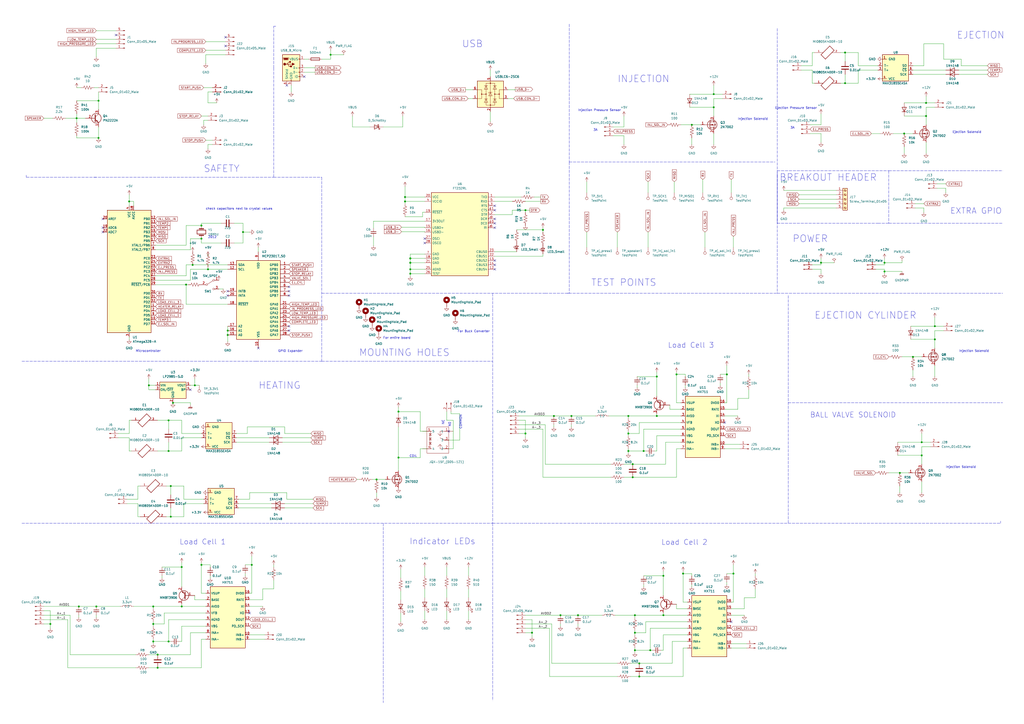
<source format=kicad_sch>
(kicad_sch (version 20211123) (generator eeschema)
  (paper "A2")
  (junction (at 57.15 80.01))
  (junction (at 234.95 116.84))
  (junction (at 237.998 156.21))
  (junction (at 513.08 157.48))
  (junction (at 414.02 54.61))
  (junction (at 364.49 261.62))
  (junction (at 414.02 62.23))
  (junction (at 521.97 274.32))
  (junction (at 304.8 251.46))
  (junction (at 368.3 367.03))
  (junction (at 97.79 372.11))
  (junction (at 513.08 152.4))
  (junction (at 146.05 327.66))
  (junction (at 377.19 377.19))
  (junction (at 314.96 133.35))
  (junction (at 381 218.44))
  (junction (at 97.79 261.62))
  (junction (at 91.44 379.73))
  (junction (at 367.03 269.24))
  (junction (at 490.22 30.48))
  (junction (at 370.84 384.81))
  (junction (at 534.67 264.16))
  (junction (at 237.998 149.86))
  (junction (at 132.08 194.31))
  (junction (at 237.998 152.4))
  (junction (at 44.45 68.58))
  (junction (at 234.95 114.3))
  (junction (at 524.51 77.47))
  (junction (at 425.45 332.74))
  (junction (at 321.31 241.3))
  (junction (at 97.79 243.84))
  (junction (at 116.84 138.43))
  (junction (at 100.33 233.68))
  (junction (at 99.06 299.72))
  (junction (at 325.12 356.87))
  (junction (at 384.81 356.87))
  (junction (at 335.28 356.87))
  (junction (at 55.88 351.79))
  (junction (at 140.97 134.62))
  (junction (at 57.15 58.42))
  (junction (at 421.64 217.17))
  (junction (at 364.49 241.3))
  (junction (at 381 241.3))
  (junction (at 384.81 334.01))
  (junction (at 91.44 387.35))
  (junction (at 29.21 361.95))
  (junction (at 373.38 261.62))
  (junction (at 542.29 189.23))
  (junction (at 191.77 31.75))
  (junction (at 490.22 48.26))
  (junction (at 367.03 276.86))
  (junction (at 132.08 191.77))
  (junction (at 238.0065 152.4555))
  (junction (at 74.93 116.84))
  (junction (at 308.61 367.03))
  (junction (at 304.8 121.92))
  (junction (at 331.47 241.3))
  (junction (at 113.03 223.52))
  (junction (at 401.32 72.39))
  (junction (at 231.14 265.43))
  (junction (at 116.84 327.66))
  (junction (at 537.21 67.31))
  (junction (at 45.72 351.79))
  (junction (at 88.9 372.11))
  (junction (at 364.49 251.46))
  (junction (at 368.3 356.87))
  (junction (at 99.06 281.94))
  (junction (at 529.59 207.01))
  (junction (at 542.29 196.85))
  (junction (at 218.44 278.13))
  (junction (at 231.14 238.76))
  (junction (at 237.998 158.75))
  (junction (at 88.9 351.79))
  (junction (at 111.76 153.67))
  (junction (at 86.36 223.52))
  (junction (at 238.0065 149.9155))
  (junction (at 116.84 130.81))
  (junction (at 368.3 377.19))
  (junction (at 396.24 332.74))
  (junction (at 476.25 152.4))
  (junction (at 120.65 156.21))
  (junction (at 534.67 256.54))
  (junction (at 105.41 351.79))
  (junction (at 88.9 361.95))
  (junction (at 537.21 59.69))
  (junction (at 105.41 328.93))
  (junction (at 107.95 165.1))
  (junction (at 392.43 217.17))
  (junction (at 370.84 392.43))
  (no_connect (at 424.18 360.68))
  (no_connect (at 167.64 191.77))
  (no_connect (at 144.78 355.6))
  (no_connect (at 149.86 201.93))
  (no_connect (at 246.38 140.97))
  (no_connect (at 132.08 171.45))
  (no_connect (at 132.08 168.91))
  (no_connect (at 167.64 189.23))
  (no_connect (at 287.02 119.38))
  (no_connect (at 287.02 132.08))
  (no_connect (at 167.64 171.45))
  (no_connect (at 176.53 44.45))
  (no_connect (at 167.64 166.37))
  (no_connect (at 67.31 20.32))
  (no_connect (at 130.81 21.59))
  (no_connect (at 130.81 26.67))
  (no_connect (at 110.49 226.06))
  (no_connect (at 287.02 156.21))
  (no_connect (at 167.64 168.91))
  (no_connect (at 287.02 153.67))
  (no_connect (at 246.38 138.43))
  (no_connect (at 166.37 49.53))
  (no_connect (at 59.69 134.62))
  (no_connect (at 420.37 245.11))
  (no_connect (at 59.69 127))
  (no_connect (at 287.02 127))
  (no_connect (at 287.02 129.54))
  (no_connect (at 59.69 132.08))
  (no_connect (at 287.02 151.13))
  (no_connect (at 260.35 250.19))
  (no_connect (at 287.02 121.92))
  (wire (pts (xy 142.24 332.74) (xy 142.24 334.01)))
  (wire (pts (xy 331.47 246.38) (xy 331.47 247.65)))
  (wire (pts (xy 424.18 375.92) (xy 433.07 375.92)))
  (wire (pts (xy 137.16 256.54) (xy 156.21 256.54)))
  (wire (pts (xy 529.59 207.01) (xy 534.67 207.01)))
  (wire (pts (xy 144.78 285.75) (xy 166.37 285.75)))
  (wire (pts (xy 97.79 372.11) (xy 97.79 359.41)))
  (wire (pts (xy 490.22 30.48) (xy 490.22 35.56)))
  (wire (pts (xy 90.17 165.1) (xy 107.95 165.1)))
  (wire (pts (xy 132.08 194.31) (xy 132.08 198.12)))
  (wire (pts (xy 144.78 370.84) (xy 153.67 370.84)))
  (wire (pts (xy 74.93 113.03) (xy 74.93 116.84)))
  (wire (pts (xy 304.8 367.03) (xy 308.61 367.03)))
  (wire (pts (xy 421.64 212.09) (xy 421.64 217.17)))
  (wire (pts (xy 529.59 40.64) (xy 548.64 40.64)))
  (wire (pts (xy 104.14 372.11) (xy 105.41 372.11)))
  (wire (pts (xy 417.83 222.25) (xy 417.83 223.52)))
  (wire (pts (xy 535.94 120.65) (xy 535.94 123.19)))
  (wire (pts (xy 471.17 153.67) (xy 476.25 153.67)))
  (wire (pts (xy 97.79 243.84) (xy 97.79 248.92)))
  (polyline (pts (xy 186.69 170.18) (xy 316.23 170.18)))
  (wire (pts (xy 325.12 361.95) (xy 325.12 363.22)))
  (wire (pts (xy 528.32 189.23) (xy 542.29 189.23)))
  (wire (pts (xy 431.8 346.71) (xy 438.15 346.71)))
  (wire (pts (xy 86.36 387.35) (xy 91.44 387.35)))
  (wire (pts (xy 367.03 269.24) (xy 386.08 269.24)))
  (wire (pts (xy 537.21 67.31) (xy 537.21 62.23)))
  (wire (pts (xy 524.51 85.09) (xy 524.51 88.9)))
  (polyline (pts (xy 186.69 209.55) (xy 285.75 209.55)))
  (polyline (pts (xy 186.69 102.87) (xy 186.69 209.55)))
  (wire (pts (xy 246.38 354.33) (xy 246.38 359.41)))
  (wire (pts (xy 534.67 259.08) (xy 539.75 259.08)))
  (polyline (pts (xy 12.7 209.55) (xy 52.07 209.55)))
  (wire (pts (xy 86.36 223.52) (xy 90.17 223.52)))
  (wire (pts (xy 86.36 219.71) (xy 86.36 223.52)))
  (wire (pts (xy 29.21 361.95) (xy 29.21 364.49)))
  (wire (pts (xy 74.93 116.84) (xy 74.93 119.38)))
  (wire (pts (xy 137.16 254) (xy 156.21 254)))
  (wire (pts (xy 39.37 387.35) (xy 78.74 387.35)))
  (wire (pts (xy 320.04 384.81) (xy 358.14 384.81)))
  (wire (pts (xy 96.52 281.94) (xy 99.06 281.94)))
  (wire (pts (xy 524.51 77.47) (xy 529.59 77.47)))
  (wire (pts (xy 88.9 351.79) (xy 88.9 353.06)))
  (wire (pts (xy 325.12 356.87) (xy 335.28 356.87)))
  (polyline (pts (xy 450.85 101.6) (xy 450.85 129.54)))
  (wire (pts (xy 314.96 148.59) (xy 314.96 147.32)))
  (wire (pts (xy 270.002 52.07) (xy 274.32 52.07)))
  (wire (pts (xy 497.84 40.64) (xy 509.27 40.64)))
  (wire (pts (xy 370.84 245.11) (xy 394.97 245.11)))
  (wire (pts (xy 556.26 40.64) (xy 572.77 40.64)))
  (wire (pts (xy 381 252.73) (xy 381 261.62)))
  (wire (pts (xy 356.87 356.87) (xy 368.3 356.87)))
  (wire (pts (xy 129.54 167.64) (xy 127 167.64)))
  (wire (pts (xy 556.26 43.18) (xy 572.77 43.18)))
  (wire (pts (xy 381 240.03) (xy 381 241.3)))
  (wire (pts (xy 106.68 281.94) (xy 106.68 289.56)))
  (wire (pts (xy 537.21 59.69) (xy 542.29 59.69)))
  (wire (pts (xy 392.43 233.68) (xy 394.97 233.68)))
  (wire (pts (xy 116.84 326.39) (xy 116.84 327.66)))
  (wire (pts (xy 216.662 128.27) (xy 246.38 128.27)))
  (wire (pts (xy 132.08 191.77) (xy 132.08 194.31)))
  (wire (pts (xy 116.84 140.97) (xy 128.27 140.97)))
  (wire (pts (xy 287.02 114.3) (xy 302.26 114.3)))
  (wire (pts (xy 231.14 247.65) (xy 231.14 265.43)))
  (wire (pts (xy 438.15 332.74) (xy 438.15 334.01)))
  (wire (pts (xy 86.36 223.52) (xy 86.36 226.06)))
  (wire (pts (xy 80.01 281.94) (xy 81.28 281.94)))
  (wire (pts (xy 231.14 265.43) (xy 243.84 265.43)))
  (polyline (pts (xy 450.85 101.6) (xy 450.85 99.06)))
  (wire (pts (xy 497.84 48.26) (xy 490.22 48.26)))
  (wire (pts (xy 207.01 278.13) (xy 208.28 278.13)))
  (wire (pts (xy 259.08 328.93) (xy 259.08 334.01)))
  (wire (pts (xy 523.24 207.01) (xy 529.59 207.01)))
  (wire (pts (xy 370.84 251.46) (xy 370.84 245.11)))
  (wire (pts (xy 132.08 189.23) (xy 132.08 191.77)))
  (wire (pts (xy 417.83 217.17) (xy 421.64 217.17)))
  (wire (pts (xy 123.19 50.8) (xy 118.11 50.8)))
  (wire (pts (xy 73.66 292.1) (xy 80.01 292.1)))
  (wire (pts (xy 231.14 238.76) (xy 231.14 240.03)))
  (wire (pts (xy 168.91 53.34) (xy 168.91 49.53)))
  (wire (pts (xy 542.29 189.23) (xy 547.37 189.23)))
  (wire (pts (xy 238.0065 152.4555) (xy 246.3885 152.4555)))
  (wire (pts (xy 80.01 289.56) (xy 80.01 281.94)))
  (wire (pts (xy 365.76 384.81) (xy 370.84 384.81)))
  (wire (pts (xy 237.998 158.75) (xy 246.38 158.75)))
  (wire (pts (xy 543.56 109.22) (xy 548.64 109.22)))
  (wire (pts (xy 91.44 261.62) (xy 97.79 261.62)))
  (wire (pts (xy 91.44 243.84) (xy 97.79 243.84)))
  (wire (pts (xy 557.53 38.1) (xy 572.77 38.1)))
  (wire (pts (xy 165.1 292.1) (xy 181.61 292.1)))
  (wire (pts (xy 218.44 278.13) (xy 223.52 278.13)))
  (wire (pts (xy 476.25 152.4) (xy 476.25 153.67)))
  (wire (pts (xy 304.8 251.46) (xy 304.8 254)))
  (wire (pts (xy 140.97 129.54) (xy 135.89 129.54)))
  (wire (pts (xy 508 153.67) (xy 513.08 153.67)))
  (wire (pts (xy 86.36 379.73) (xy 91.44 379.73)))
  (wire (pts (xy 318.77 392.43) (xy 358.14 392.43)))
  (polyline (pts (xy 450.85 16.51) (xy 450.85 170.18)))
  (wire (pts (xy 364.49 251.46) (xy 370.84 251.46)))
  (wire (pts (xy 534.67 256.54) (xy 539.75 256.54)))
  (wire (pts (xy 271.526 57.15) (xy 274.32 57.15)))
  (wire (pts (xy 396.24 349.25) (xy 398.78 349.25)))
  (wire (pts (xy 234.95 125.73) (xy 245.11 125.73)))
  (wire (pts (xy 355.6 73.66) (xy 361.95 73.66)))
  (wire (pts (xy 284.48 64.77) (xy 284.48 70.612)))
  (wire (pts (xy 397.51 217.17) (xy 397.51 218.44)))
  (wire (pts (xy 420.37 257.81) (xy 429.26 257.81)))
  (wire (pts (xy 304.8 356.87) (xy 325.12 356.87)))
  (wire (pts (xy 508 156.21) (xy 513.08 156.21)))
  (wire (pts (xy 57.15 58.42) (xy 57.15 53.34)))
  (wire (pts (xy 534.67 264.16) (xy 534.67 259.08)))
  (wire (pts (xy 106.68 289.56) (xy 118.11 289.56)))
  (wire (pts (xy 364.49 241.3) (xy 364.49 242.57)))
  (wire (pts (xy 271.78 341.63) (xy 271.78 346.71)))
  (wire (pts (xy 463.55 118.11) (xy 485.14 118.11)))
  (wire (pts (xy 45.72 356.87) (xy 45.72 358.14)))
  (wire (pts (xy 105.41 243.84) (xy 97.79 243.84)))
  (wire (pts (xy 105.41 363.22) (xy 105.41 372.11)))
  (wire (pts (xy 521.97 274.32) (xy 527.05 274.32)))
  (polyline (pts (xy 12.7 303.53) (xy 285.75 303.53)))
  (wire (pts (xy 57.15 73.66) (xy 57.15 80.01)))
  (wire (pts (xy 191.77 31.75) (xy 199.39 31.75)))
  (wire (pts (xy 361.95 67.31) (xy 361.95 73.66)))
  (wire (pts (xy 105.41 254) (xy 116.84 254)))
  (wire (pts (xy 237.998 149.86) (xy 237.998 152.4)))
  (wire (pts (xy 427.99 231.14) (xy 434.34 231.14)))
  (wire (pts (xy 123.19 53.34) (xy 120.65 53.34)))
  (polyline (pts (xy 148.59 209.55) (xy 52.07 209.55)))
  (wire (pts (xy 309.88 114.3) (xy 313.69 114.3)))
  (wire (pts (xy 304.8 121.92) (xy 304.8 123.19)))
  (wire (pts (xy 40.64 379.73) (xy 78.74 379.73)))
  (wire (pts (xy 386.08 256.54) (xy 394.97 256.54)))
  (wire (pts (xy 361.95 78.74) (xy 361.95 83.82)))
  (wire (pts (xy 182.88 41.91) (xy 176.53 41.91)))
  (polyline (pts (xy 158.75 39.37) (xy 158.75 15.24)))
  (wire (pts (xy 340.36 105.41) (xy 340.36 111.76)))
  (wire (pts (xy 396.24 332.74) (xy 401.32 332.74)))
  (wire (pts (xy 232.918 131.826) (xy 246.38 131.826)))
  (wire (pts (xy 105.41 326.39) (xy 105.41 328.93)))
  (wire (pts (xy 121.92 327.66) (xy 121.92 328.93)))
  (wire (pts (xy 238.0065 149.9155) (xy 237.998 149.86)))
  (wire (pts (xy 318.77 364.49) (xy 318.77 392.43)))
  (wire (pts (xy 392.43 350.52) (xy 392.43 353.06)))
  (wire (pts (xy 234.95 114.3) (xy 246.38 114.3)))
  (wire (pts (xy 537.21 55.88) (xy 537.21 59.69)))
  (wire (pts (xy 132.08 156.21) (xy 120.65 156.21)))
  (wire (pts (xy 204.47 67.31) (xy 204.47 73.66)))
  (wire (pts (xy 377.19 377.19) (xy 377.19 364.49)))
  (wire (pts (xy 358.14 134.62) (xy 358.14 143.51)))
  (wire (pts (xy 414.02 57.15) (xy 419.1 57.15)))
  (wire (pts (xy 471.17 40.64) (xy 471.17 48.26)))
  (wire (pts (xy 529.59 38.1) (xy 535.94 38.1)))
  (wire (pts (xy 144.78 347.98) (xy 152.4 347.98)))
  (wire (pts (xy 93.98 328.93) (xy 105.41 328.93)))
  (wire (pts (xy 191.77 31.75) (xy 191.77 29.21)))
  (polyline (pts (xy 158.75 15.24) (xy 160.02 15.24)))
  (wire (pts (xy 414.02 77.47) (xy 414.02 83.82)))
  (wire (pts (xy 110.49 234.95) (xy 110.49 233.68)))
  (wire (pts (xy 110.49 156.21) (xy 110.49 162.56)))
  (wire (pts (xy 142.24 327.66) (xy 146.05 327.66)))
  (wire (pts (xy 424.18 356.87) (xy 431.8 356.87)))
  (wire (pts (xy 513.08 157.48) (xy 513.08 158.75)))
  (wire (pts (xy 74.93 196.85) (xy 74.93 195.58)))
  (wire (pts (xy 424.18 353.06) (xy 431.8 353.06)))
  (wire (pts (xy 392.43 217.17) (xy 397.51 217.17)))
  (wire (pts (xy 218.44 285.75) (xy 218.44 288.29)))
  (wire (pts (xy 54.61 50.8) (xy 57.15 50.8)))
  (wire (pts (xy 25.4 361.95) (xy 29.21 361.95)))
  (wire (pts (xy 144.78 289.56) (xy 144.78 285.75)))
  (wire (pts (xy 77.47 119.38) (xy 77.47 116.84)))
  (wire (pts (xy 179.07 34.29) (xy 176.53 34.29)))
  (wire (pts (xy 245.11 125.73) (xy 245.11 123.19)))
  (wire (pts (xy 543.56 106.68) (xy 548.64 106.68)))
  (wire (pts (xy 116.84 67.31) (xy 120.65 67.31)))
  (wire (pts (xy 394.97 72.39) (xy 401.32 72.39)))
  (wire (pts (xy 243.84 260.35) (xy 247.65 260.35)))
  (wire (pts (xy 245.11 123.19) (xy 246.38 123.19)))
  (wire (pts (xy 547.37 25.4) (xy 547.37 34.29)))
  (wire (pts (xy 100.33 233.68) (xy 110.49 233.68)))
  (wire (pts (xy 73.66 289.56) (xy 80.01 289.56)))
  (wire (pts (xy 513.08 152.4) (xy 513.08 153.67)))
  (wire (pts (xy 316.23 269.24) (xy 354.33 269.24)))
  (wire (pts (xy 534.67 251.46) (xy 534.67 256.54)))
  (wire (pts (xy 110.49 138.43) (xy 116.84 138.43)))
  (wire (pts (xy 534.67 279.4) (xy 534.67 285.75)))
  (wire (pts (xy 497.84 30.48) (xy 497.84 38.1)))
  (wire (pts (xy 392.43 217.17) (xy 392.43 233.68)))
  (wire (pts (xy 370.84 384.81) (xy 389.89 384.81)))
  (wire (pts (xy 163.83 254) (xy 180.34 254)))
  (wire (pts (xy 373.38 261.62) (xy 373.38 248.92)))
  (polyline (pts (xy 330.2 170.18) (xy 328.93 170.18)))
  (wire (pts (xy 113.03 223.52) (xy 110.49 223.52)))
  (wire (pts (xy 471.17 38.1) (xy 471.17 30.48)))
  (wire (pts (xy 146.05 327.66) (xy 146.05 344.17)))
  (wire (pts (xy 231.14 236.22) (xy 231.14 238.76)))
  (wire (pts (xy 128.27 129.54) (xy 116.84 129.54)))
  (wire (pts (xy 137.16 251.46) (xy 143.51 251.46)))
  (wire (pts (xy 383.54 377.19) (xy 384.81 377.19)))
  (wire (pts (xy 25.4 359.41) (xy 39.37 359.41)))
  (wire (pts (xy 116.84 327.66) (xy 116.84 344.17)))
  (wire (pts (xy 524.51 67.31) (xy 537.21 67.31)))
  (wire (pts (xy 364.49 261.62) (xy 364.49 262.89)))
  (wire (pts (xy 464.82 40.64) (xy 471.17 40.64)))
  (wire (pts (xy 414.02 49.53) (xy 414.02 54.61)))
  (wire (pts (xy 120.65 147.32) (xy 120.65 148.59)))
  (wire (pts (xy 537.21 82.55) (xy 537.21 88.9)))
  (wire (pts (xy 420.37 260.35) (xy 429.26 260.35)))
  (wire (pts (xy 105.41 243.84) (xy 105.41 251.46)))
  (wire (pts (xy 182.88 39.37) (xy 176.53 39.37)))
  (wire (pts (xy 425.45 137.16) (xy 425.45 143.51)))
  (wire (pts (xy 287.02 124.46) (xy 297.18 124.46)))
  (wire (pts (xy 99.06 299.72) (xy 99.06 294.64)))
  (wire (pts (xy 88.9 361.95) (xy 88.9 363.22)))
  (polyline (pts (xy 515.62 129.54) (xy 581.66 129.54)))
  (wire (pts (xy 110.49 367.03) (xy 119.38 367.03)))
  (wire (pts (xy 234.95 116.84) (xy 246.38 116.84)))
  (polyline (pts (xy 158.75 39.37) (xy 158.75 102.87)))
  (polyline (pts (xy 450.85 101.6) (xy 450.85 129.54)))
  (wire (pts (xy 513.08 157.48) (xy 523.24 157.48)))
  (wire (pts (xy 105.41 261.62) (xy 97.79 261.62)))
  (polyline (pts (xy 450.85 170.18) (xy 581.66 170.18)))
  (wire (pts (xy 364.49 250.19) (xy 364.49 251.46)))
  (wire (pts (xy 158.75 336.55) (xy 158.75 341.63)))
  (wire (pts (xy 152.4 347.98) (xy 152.4 341.63)))
  (wire (pts (xy 259.08 354.33) (xy 259.08 359.41)))
  (wire (pts (xy 396.24 375.92) (xy 396.24 392.43)))
  (wire (pts (xy 308.61 359.41) (xy 308.61 367.03)))
  (wire (pts (xy 392.43 260.35) (xy 392.43 276.86)))
  (wire (pts (xy 111.76 153.67) (xy 107.95 153.67)))
  (wire (pts (xy 300.99 241.3) (xy 321.31 241.3)))
  (wire (pts (xy 515.62 274.32) (xy 521.97 274.32)))
  (wire (pts (xy 368.3 367.03) (xy 374.65 367.03)))
  (wire (pts (xy 25.4 351.79) (xy 45.72 351.79)))
  (wire (pts (xy 105.41 363.22) (xy 119.38 363.22)))
  (wire (pts (xy 368.3 356.87) (xy 368.3 358.14)))
  (wire (pts (xy 25.4 356.87) (xy 40.64 356.87)))
  (wire (pts (xy 463.55 115.57) (xy 485.14 115.57)))
  (wire (pts (xy 524.51 59.69) (xy 537.21 59.69)))
  (wire (pts (xy 246.38 341.63) (xy 246.38 346.71)))
  (wire (pts (xy 454.66 110.49) (xy 485.14 110.49)))
  (wire (pts (xy 424.18 373.38) (xy 433.07 373.38)))
  (wire (pts (xy 232.41 342.9) (xy 232.41 347.98)))
  (wire (pts (xy 44.45 78.74) (xy 44.45 80.01)))
  (wire (pts (xy 262.89 260.35) (xy 260.35 260.35)))
  (wire (pts (xy 379.73 261.62) (xy 381 261.62)))
  (wire (pts (xy 29.21 354.33) (xy 29.21 361.95)))
  (wire (pts (xy 408.94 134.62) (xy 408.94 143.51)))
  (wire (pts (xy 113.03 347.98) (xy 119.38 347.98)))
  (wire (pts (xy 237.998 160.274) (xy 237.998 158.75)))
  (wire (pts (xy 237.998 156.21) (xy 246.38 156.21)))
  (wire (pts (xy 106.68 299.72) (xy 106.68 292.1)))
  (wire (pts (xy 95.25 355.6) (xy 119.38 355.6)))
  (wire (pts (xy 146.05 322.58) (xy 146.05 327.66)))
  (wire (pts (xy 420.37 237.49) (xy 427.99 237.49)))
  (wire (pts (xy 369.57 218.44) (xy 381 218.44)))
  (wire (pts (xy 146.05 344.17) (xy 144.78 344.17)))
  (wire (pts (xy 44.45 68.58) (xy 49.53 68.58)))
  (polyline (pts (xy 54.61 102.87) (xy 148.59 102.87)))
  (wire (pts (xy 421.64 332.74) (xy 425.45 332.74)))
  (wire (pts (xy 384.81 368.3) (xy 398.78 368.3)))
  (wire (pts (xy 304.8 243.84) (xy 304.8 251.46)))
  (wire (pts (xy 232.918 134.366) (xy 246.38 134.366)))
  (polyline (pts (xy 316.23 170.18) (xy 450.85 170.18)))
  (wire (pts (xy 375.92 134.62) (xy 375.92 143.51)))
  (wire (pts (xy 237.998 158.75) (xy 237.998 156.21)))
  (wire (pts (xy 140.97 140.97) (xy 140.97 134.62)))
  (polyline (pts (xy 222.25 303.53) (xy 222.25 407.67)))
  (wire (pts (xy 91.44 387.35) (xy 116.84 387.35)))
  (wire (pts (xy 469.9 77.47) (xy 476.25 77.47)))
  (wire (pts (xy 367.03 276.86) (xy 392.43 276.86)))
  (wire (pts (xy 529.59 214.63) (xy 529.59 218.44)))
  (wire (pts (xy 377.19 377.19) (xy 378.46 377.19)))
  (wire (pts (xy 110.49 162.56) (xy 90.17 162.56)))
  (wire (pts (xy 120.65 83.82) (xy 120.65 86.36)))
  (wire (pts (xy 392.43 260.35) (xy 394.97 260.35)))
  (wire (pts (xy 375.92 105.41) (xy 375.92 111.76)))
  (wire (pts (xy 373.38 248.92) (xy 394.97 248.92)))
  (wire (pts (xy 113.03 219.71) (xy 113.03 223.52)))
  (wire (pts (xy 45.72 351.79) (xy 55.88 351.79)))
  (wire (pts (xy 424.18 104.14) (xy 424.18 111.76)))
  (wire (pts (xy 386.08 269.24) (xy 386.08 256.54)))
  (wire (pts (xy 77.47 351.79) (xy 88.9 351.79)))
  (wire (pts (xy 421.64 337.82) (xy 421.64 339.09)))
  (wire (pts (xy 88.9 351.79) (xy 105.41 351.79)))
  (wire (pts (xy 107.95 130.81) (xy 116.84 130.81)))
  (wire (pts (xy 95.25 361.95) (xy 95.25 355.6)))
  (wire (pts (xy 464.82 38.1) (xy 471.17 38.1)))
  (polyline (pts (xy 285.75 170.18) (xy 285.75 303.53)))
  (wire (pts (xy 163.83 256.54) (xy 180.34 256.54)))
  (wire (pts (xy 44.45 80.01) (xy 57.15 80.01)))
  (wire (pts (xy 365.76 392.43) (xy 370.84 392.43)))
  (wire (pts (xy 238.0065 149.9155) (xy 246.3885 149.9155)))
  (wire (pts (xy 234.95 108.204) (xy 234.95 114.3)))
  (wire (pts (xy 234.95 114.3) (xy 234.95 116.84)))
  (wire (pts (xy 144.78 368.3) (xy 153.67 368.3)))
  (wire (pts (xy 130.81 31.75) (xy 119.38 31.75)))
  (wire (pts (xy 542.29 212.09) (xy 542.29 218.44)))
  (wire (pts (xy 463.55 113.03) (xy 485.14 113.03)))
  (polyline (pts (xy 515.62 99.06) (xy 558.8 99.06)))
  (wire (pts (xy 391.16 105.41) (xy 391.16 111.76)))
  (wire (pts (xy 86.36 226.06) (xy 90.17 226.06)))
  (wire (pts (xy 469.9 72.39) (xy 476.25 72.39)))
  (wire (pts (xy 271.78 354.33) (xy 271.78 359.41)))
  (wire (pts (xy 425.45 349.25) (xy 424.18 349.25)))
  (wire (pts (xy 374.65 367.03) (xy 374.65 360.68)))
  (wire (pts (xy 497.84 30.48) (xy 490.22 30.48)))
  (wire (pts (xy 389.89 372.11) (xy 398.78 372.11)))
  (wire (pts (xy 370.84 392.43) (xy 396.24 392.43)))
  (wire (pts (xy 233.68 67.31) (xy 233.68 73.66)))
  (wire (pts (xy 476.25 149.86) (xy 476.25 152.4)))
  (wire (pts (xy 304.8 121.92) (xy 307.34 121.92)))
  (wire (pts (xy 119.38 29.21) (xy 130.81 29.21)))
  (wire (pts (xy 294.64 52.07) (xy 298.958 52.07)))
  (polyline (pts (xy 148.59 209.55) (xy 186.69 209.55)))
  (wire (pts (xy 246.38 131.826) (xy 246.38 132.08)))
  (wire (pts (xy 116.84 370.84) (xy 119.38 370.84)))
  (wire (pts (xy 401.32 72.39) (xy 406.4 72.39)))
  (wire (pts (xy 425.45 327.66) (xy 425.45 332.74)))
  (wire (pts (xy 140.97 134.62) (xy 140.97 129.54)))
  (polyline (pts (xy 580.39 302.26) (xy 580.39 303.53)))
  (wire (pts (xy 106.68 299.72) (xy 99.06 299.72)))
  (wire (pts (xy 454.66 120.65) (xy 485.14 120.65)))
  (polyline (pts (xy 55.88 102.87) (xy 15.24 102.87)))
  (wire (pts (xy 396.24 331.47) (xy 396.24 332.74)))
  (wire (pts (xy 401.32 80.01) (xy 401.32 83.82)))
  (wire (pts (xy 80.01 299.72) (xy 81.28 299.72)))
  (wire (pts (xy 116.84 138.43) (xy 116.84 140.97)))
  (wire (pts (xy 143.51 247.65) (xy 165.1 247.65)))
  (wire (pts (xy 438.15 341.63) (xy 438.15 346.71)))
  (wire (pts (xy 261.62 238.76) (xy 261.62 240.03)))
  (wire (pts (xy 401.32 332.74) (xy 401.32 334.01)))
  (polyline (pts (xy 515.62 99.06) (xy 515.62 129.54)))
  (wire (pts (xy 529.59 43.18) (xy 548.64 43.18)))
  (wire (pts (xy 471.17 156.21) (xy 476.25 156.21)))
  (wire (pts (xy 530.86 120.65) (xy 535.94 120.65)))
  (wire (pts (xy 88.9 372.11) (xy 97.79 372.11)))
  (wire (pts (xy 44.45 58.42) (xy 57.15 58.42)))
  (polyline (pts (xy 450.85 129.54) (xy 509.27 129.54)))
  (wire (pts (xy 364.49 241.3) (xy 381 241.3)))
  (wire (pts (xy 381 218.44) (xy 381 229.87)))
  (wire (pts (xy 396.24 332.74) (xy 396.24 349.25)))
  (wire (pts (xy 497.84 48.26) (xy 497.84 40.64)))
  (wire (pts (xy 294.64 57.15) (xy 297.942 57.15)))
  (wire (pts (xy 191.77 34.29) (xy 191.77 31.75)))
  (wire (pts (xy 106.68 292.1) (xy 118.11 292.1)))
  (wire (pts (xy 471.17 48.26) (xy 472.44 48.26)))
  (wire (pts (xy 284.48 40.64) (xy 284.48 44.45)))
  (wire (pts (xy 427.99 237.49) (xy 427.99 231.14)))
  (wire (pts (xy 231.14 265.43) (xy 231.14 273.05)))
  (wire (pts (xy 39.37 359.41) (xy 39.37 387.35)))
  (polyline (pts (xy 285.75 303.53) (xy 580.39 303.53)))
  (wire (pts (xy 55.88 22.86) (xy 67.31 22.86)))
  (wire (pts (xy 321.31 246.38) (xy 321.31 247.65)))
  (wire (pts (xy 138.43 292.1) (xy 157.48 292.1)))
  (wire (pts (xy 400.05 62.23) (xy 414.02 62.23)))
  (wire (pts (xy 520.7 256.54) (xy 534.67 256.54)))
  (wire (pts (xy 105.41 251.46) (xy 116.84 251.46)))
  (wire (pts (xy 110.49 144.78) (xy 90.17 144.78)))
  (wire (pts (xy 548.64 109.22) (xy 548.64 111.76)))
  (wire (pts (xy 44.45 50.8) (xy 46.99 50.8)))
  (wire (pts (xy 25.4 354.33) (xy 29.21 354.33)))
  (wire (pts (xy 204.47 73.66) (xy 214.63 73.66)))
  (wire (pts (xy 74.93 251.46) (xy 74.93 243.84)))
  (wire (pts (xy 518.16 77.47) (xy 524.51 77.47)))
  (wire (pts (xy 138.43 294.64) (xy 157.48 294.64)))
  (wire (pts (xy 300.99 251.46) (xy 304.8 251.46)))
  (wire (pts (xy 300.99 248.92) (xy 314.96 248.92)))
  (wire (pts (xy 165.1 247.65) (xy 165.1 251.46)))
  (wire (pts (xy 535.94 25.4) (xy 547.37 25.4)))
  (wire (pts (xy 487.68 48.26) (xy 490.22 48.26)))
  (wire (pts (xy 234.95 116.84) (xy 234.95 118.11)))
  (polyline (pts (xy 509.27 129.54) (xy 515.62 129.54)))
  (wire (pts (xy 557.53 34.29) (xy 557.53 38.1)))
  (polyline (pts (xy 558.8 99.06) (xy 581.66 99.06)))
  (wire (pts (xy 120.65 53.34) (xy 120.65 59.69)))
  (wire (pts (xy 421.64 217.17) (xy 421.64 233.68)))
  (wire (pts (xy 88.9 370.84) (xy 88.9 372.11)))
  (wire (pts (xy 123.19 83.82) (xy 120.65 83.82)))
  (wire (pts (xy 368.3 365.76) (xy 368.3 367.03)))
  (wire (pts (xy 431.8 353.06) (xy 431.8 346.71)))
  (wire (pts (xy 368.3 377.19) (xy 377.19 377.19)))
  (wire (pts (xy 534.67 269.24) (xy 534.67 264.16)))
  (wire (pts (xy 397.51 223.52) (xy 397.51 224.79)))
  (wire (pts (xy 513.08 156.21) (xy 513.08 157.48)))
  (wire (pts (xy 243.84 238.76) (xy 243.84 250.19)))
  (wire (pts (xy 243.84 238.76) (xy 231.14 238.76)))
  (wire (pts (xy 55.88 17.78) (xy 67.31 17.78)))
  (wire (pts (xy 259.08 341.63) (xy 259.08 346.71)))
  (wire (pts (xy 384.81 331.47) (xy 384.81 334.01)))
  (wire (pts (xy 434.34 217.17) (xy 434.34 218.44)))
  (wire (pts (xy 368.3 375.92) (xy 368.3 377.19)))
  (wire (pts (xy 373.38 261.62) (xy 374.65 261.62)))
  (wire (pts (xy 113.03 345.44) (xy 113.03 347.98)))
  (wire (pts (xy 116.84 327.66) (xy 121.92 327.66)))
  (wire (pts (xy 361.95 276.86) (xy 367.03 276.86)))
  (wire (pts (xy 113.03 223.52) (xy 115.57 223.52)))
  (wire (pts (xy 497.84 38.1) (xy 509.27 38.1)))
  (wire (pts (xy 384.81 368.3) (xy 384.81 377.19)))
  (wire (pts (xy 287.02 148.59) (xy 314.96 148.59)))
  (wire (pts (xy 523.24 152.4) (xy 513.08 152.4)))
  (wire (pts (xy 246.3885 147.3755) (xy 238.0065 147.3755)))
  (wire (pts (xy 107.95 176.53) (xy 107.95 165.1)))
  (wire (pts (xy 300.99 243.84) (xy 304.8 243.84)))
  (wire (pts (xy 314.96 248.92) (xy 314.96 276.86)))
  (wire (pts (xy 505.46 77.47) (xy 510.54 77.47)))
  (wire (pts (xy 271.78 328.93) (xy 271.78 334.01)))
  (wire (pts (xy 535.94 38.1) (xy 535.94 25.4)))
  (wire (pts (xy 120.65 156.21) (xy 110.49 156.21)))
  (wire (pts (xy 335.28 361.95) (xy 335.28 363.22)))
  (wire (pts (xy 476.25 66.04) (xy 476.25 72.39)))
  (wire (pts (xy 355.6 78.74) (xy 361.95 78.74)))
  (wire (pts (xy 68.58 251.46) (xy 74.93 251.46)))
  (wire (pts (xy 314.96 132.08) (xy 314.96 133.35)))
  (wire (pts (xy 149.86 143.51) (xy 149.86 146.05)))
  (wire (pts (xy 377.19 364.49) (xy 398.78 364.49)))
  (wire (pts (xy 237.998 152.4) (xy 237.998 156.21)))
  (wire (pts (xy 243.84 250.19) (xy 247.65 250.19)))
  (wire (pts (xy 542.29 184.15) (xy 542.29 189.23)))
  (wire (pts (xy 400.05 54.61) (xy 414.02 54.61)))
  (wire (pts (xy 88.9 372.11) (xy 88.9 373.38)))
  (wire (pts (xy 120.65 154.94) (xy 120.65 156.21)))
  (wire (pts (xy 44.45 71.12) (xy 44.45 68.58)))
  (wire (pts (xy 246.38 328.93) (xy 246.38 334.01)))
  (wire (pts (xy 246.38 134.366) (xy 246.38 134.62)))
  (wire (pts (xy 384.81 356.87) (xy 398.78 356.87)))
  (wire (pts (xy 542.29 201.93) (xy 542.29 196.85)))
  (wire (pts (xy 80.01 292.1) (xy 80.01 299.72)))
  (wire (pts (xy 520.7 264.16) (xy 534.67 264.16)))
  (wire (pts (xy 116.84 129.54) (xy 116.84 130.81)))
  (wire (pts (xy 238.0065 147.3755) (xy 237.998 149.86)))
  (wire (pts (xy 118.11 69.85) (xy 118.11 72.39)))
  (wire (pts (xy 537.21 72.39) (xy 537.21 67.31)))
  (wire (pts (xy 57.15 63.5) (xy 57.15 58.42)))
  (wire (pts (xy 266.7 255.27) (xy 260.35 255.27)))
  (wire (pts (xy 40.64 356.87) (xy 40.64 379.73)))
  (wire (pts (xy 138.43 289.56) (xy 144.78 289.56)))
  (wire (pts (xy 304.8 359.41) (xy 308.61 359.41)))
  (wire (pts (xy 304.8 364.49) (xy 318.77 364.49)))
  (polyline (pts (xy 15.24 101.6) (xy 15.24 102.87)))
  (wire (pts (xy 368.3 377.19) (xy 368.3 378.46)))
  (wire (pts (xy 144.78 134.62) (xy 140.97 134.62)))
  (wire (pts (xy 434.34 226.06) (xy 434.34 231.14)))
  (wire (pts (xy 158.75 327.66) (xy 158.75 328.93)))
  (wire (pts (xy 297.18 124.46) (xy 297.18 121.92)))
  (wire (pts (xy 425.45 332.74) (xy 425.45 349.25)))
  (polyline (pts (xy 330.2 38.1) (xy 330.2 93.98)))
  (wire (pts (xy 99.06 281.94) (xy 99.06 287.02)))
  (wire (pts (xy 537.21 62.23) (xy 542.29 62.23)))
  (wire (pts (xy 547.37 34.29) (xy 557.53 34.29)))
  (wire (pts (xy 261.62 240.03) (xy 266.7 240.03)))
  (polyline (pts (xy 158.75 102.87) (xy 186.69 102.87)))
  (polyline (pts (xy 285.75 303.53) (xy 285.75 406.4)))
  (wire (pts (xy 116.84 344.17) (xy 119.38 344.17)))
  (wire (pts (xy 25.4 68.58) (xy 30.48 68.58)))
  (wire (pts (xy 392.43 353.06) (xy 398.78 353.06)))
  (wire (pts (xy 107.95 176.53) (xy 132.08 176.53)))
  (wire (pts (xy 90.17 142.24) (xy 107.95 142.24)))
  (wire (pts (xy 483.87 152.4) (xy 476.25 152.4)))
  (wire (pts (xy 216.662 137.414) (xy 216.662 142.494)))
  (wire (pts (xy 407.67 104.14) (xy 407.67 111.76)))
  (wire (pts (xy 542.29 191.77) (xy 547.37 191.77)))
  (wire (pts (xy 93.98 334.01) (xy 93.98 335.28)))
  (wire (pts (xy 521.97 281.94) (xy 521.97 285.75)))
  (wire (pts (xy 314.96 133.35) (xy 314.96 134.62)))
  (wire (pts (xy 96.52 299.72) (xy 99.06 299.72)))
  (wire (pts (xy 308.61 367.03) (xy 308.61 369.57)))
  (wire (pts (xy 232.41 330.2) (xy 232.41 335.28)))
  (wire (pts (xy 321.31 241.3) (xy 331.47 241.3)))
  (polyline (pts (xy 330.2 93.98) (xy 330.2 170.18)))
  (wire (pts (xy 97.79 261.62) (xy 97.79 256.54)))
  (wire (pts (xy 300.99 246.38) (xy 316.23 246.38)))
  (wire (pts (xy 266.7 240.03) (xy 266.7 255.27)))
  (wire (pts (xy 109.22 165.1) (xy 107.95 165.1)))
  (wire (pts (xy 304.8 361.95) (xy 320.04 361.95)))
  (wire (pts (xy 259.08 243.84) (xy 262.89 243.84)))
  (wire (pts (xy 361.95 269.24) (xy 367.03 269.24)))
  (wire (pts (xy 298.958 52.07) (xy 298.958 51.816)))
  (polyline (pts (xy 330.2 13.97) (xy 330.2 38.1)))
  (wire (pts (xy 88.9 361.95) (xy 95.25 361.95)))
  (wire (pts (xy 381 215.9) (xy 381 218.44)))
  (wire (pts (xy 165.1 251.46) (xy 180.34 251.46)))
  (wire (pts (xy 381 252.73) (xy 394.97 252.73)))
  (wire (pts (xy 135.89 140.97) (xy 140.97 140.97)))
  (wire (pts (xy 373.38 334.01) (xy 384.81 334.01)))
  (wire (pts (xy 316.23 246.38) (xy 316.23 269.24)))
  (wire (pts (xy 55.88 27.94) (xy 55.88 33.02)))
  (wire (pts (xy 116.84 370.84) (xy 116.84 387.35)))
  (wire (pts (xy 91.44 379.73) (xy 110.49 379.73)))
  (wire (pts (xy 368.3 356.87) (xy 384.81 356.87)))
  (wire (pts (xy 68.58 254) (xy 74.93 254)))
  (wire (pts (xy 107.95 153.67) (xy 107.95 160.02)))
  (wire (pts (xy 287.02 116.84) (xy 297.18 116.84)))
  (wire (pts (xy 299.72 133.35) (xy 314.96 133.35)))
  (wire (pts (xy 152.4 341.63) (xy 158.75 341.63)))
  (wire (pts (xy 38.1 68.58) (xy 44.45 68.58)))
  (wire (pts (xy 44.45 66.04) (xy 44.45 68.58)))
  (wire (pts (xy 55.88 25.4) (xy 67.31 25.4)))
  (wire (pts (xy 143.51 251.46) (xy 143.51 247.65)))
  (wire (pts (xy 119.38 31.75) (xy 119.38 36.83)))
  (wire (pts (xy 119.38 24.13) (xy 130.81 24.13)))
  (wire (pts (xy 119.38 81.28) (xy 123.19 81.28)))
  (wire (pts (xy 388.62 237.49) (xy 394.97 237.49)))
  (wire (pts (xy 106.68 281.94) (xy 99.06 281.94)))
  (wire (pts (xy 304.8 116.84) (xy 313.69 116.84)))
  (wire (pts (xy 105.41 261.62) (xy 105.41 254)))
  (wire (pts (xy 369.57 223.52) (xy 369.57 224.79)))
  (wire (pts (xy 368.3 367.03) (xy 368.3 368.3)))
  (wire (pts (xy 314.96 276.86) (xy 354.33 276.86)))
  (wire (pts (xy 389.89 384.81) (xy 389.89 372.11)))
  (wire (pts (xy 364.49 260.35) (xy 364.49 261.62)))
  (wire (pts (xy 530.86 118.11) (xy 535.94 118.11)))
  (wire (pts (xy 55.88 351.79) (xy 69.85 351.79)))
  (wire (pts (xy 396.24 375.92) (xy 398.78 375.92)))
  (wire (pts (xy 414.02 67.31) (xy 414.02 62.23)))
  (wire (pts (xy 374.65 360.68) (xy 398.78 360.68)))
  (wire (pts (xy 105.41 328.93) (xy 105.41 340.36)))
  (wire (pts (xy 107.95 130.81) (xy 107.95 142.24)))
  (wire (pts (xy 232.41 355.6) (xy 232.41 360.68)))
  (wire (pts (xy 74.93 261.62) (xy 76.2 261.62)))
  (wire (pts (xy 373.38 339.09) (xy 373.38 340.36)))
  (wire (pts (xy 381 241.3) (xy 394.97 241.3)))
  (wire (pts (xy 238.0065 152.4555) (xy 237.998 152.4)))
  (polyline (pts (xy 330.2 93.98) (xy 449.58 93.98)))
  (wire (pts (xy 55.88 356.87) (xy 55.88 358.14)))
  (wire (pts (xy 105.41 350.52) (xy 105.41 351.79)))
  (wire (pts (xy 392.43 215.9) (xy 392.43 217.17)))
  (wire (pts (xy 384.81 355.6) (xy 384.81 356.87)))
  (wire (pts (xy 490.22 48.26) (xy 490.22 43.18)))
  (wire (pts (xy 331.47 241.3) (xy 345.44 241.3)))
  (wire (pts (xy 364.49 261.62) (xy 373.38 261.62)))
  (wire (pts (xy 528.32 196.85) (xy 542.29 196.85)))
  (wire (pts (xy 105.41 351.79) (xy 119.38 351.79)))
  (wire (pts (xy 144.78 351.79) (xy 152.4 351.79)))
  (wire (pts (xy 165.1 294.64) (xy 181.61 294.64)))
  (wire (pts (xy 121.92 334.01) (xy 121.92 335.28)))
  (wire (pts (xy 421.64 233.68) (xy 420.37 233.68)))
  (wire (pts (xy 476.25 77.47) (xy 476.25 82.55)))
  (wire (pts (xy 97.79 359.41) (xy 119.38 359.41)))
  (wire (pts (xy 186.69 34.29) (xy 191.77 34.29)))
  (polyline (pts (xy 457.2 171.45) (xy 457.2 303.53)))
  (polyline (pts (xy 450.85 99.06) (xy 515.62 99.06)))
  (wire (pts (xy 487.68 30.48) (xy 490.22 30.48)))
  (wire (pts (xy 513.08 149.86) (xy 513.08 152.4)))
  (wire (pts (xy 110.49 379.73) (xy 110.49 367.03)))
  (wire (pts (xy 320.04 361.95) (xy 320.04 384.81)))
  (wire (pts (xy 262.89 243.84) (xy 262.89 260.35)))
  (wire (pts (xy 297.18 121.92) (xy 304.8 121.92)))
  (wire (pts (xy 215.9 278.13) (xy 218.44 278.13)))
  (wire (pts (xy 74.93 243.84) (xy 76.2 243.84)))
  (wire (pts (xy 88.9 360.68) (xy 88.9 361.95)))
  (wire (pts (xy 414.02 62.23) (xy 414.02 57.15)))
  (wire (pts (xy 77.47 116.84) (xy 74.93 116.84)))
  (wire (pts (xy 388.62 234.95) (xy 388.62 237.49)))
  (wire (pts (xy 335.28 356.87) (xy 349.25 356.87)))
  (polyline (pts (xy 457.2 233.68) (xy 581.66 233.68)))
  (wire (pts (xy 222.25 73.66) (xy 233.68 73.66)))
  (wire (pts (xy 216.662 128.27) (xy 216.662 132.334)))
  (wire (pts (xy 542.29 196.85) (xy 542.29 191.77)))
  (wire (pts (xy 287.02 146.05) (xy 299.72 146.05)))
  (wire (pts (xy 97.79 372.11) (xy 99.06 372.11)))
  (wire (pts (xy 166.37 285.75) (xy 166.37 289.56)))
  (wire (pts (xy 476.25 156.21) (xy 476.25 158.75)))
  (wire (pts (xy 74.93 254) (xy 74.93 261.62)))
  (wire (pts (xy 384.81 334.01) (xy 384.81 345.44)))
  (wire (pts (xy 364.49 251.46) (xy 364.49 252.73)))
  (wire (pts (xy 259.08 238.76) (xy 259.08 243.84)))
  (wire (pts (xy 414.02 54.61) (xy 419.1 54.61)))
  (wire (pts (xy 454.66 120.65) (xy 454.66 121.92)))
  (polyline (pts (xy 148.59 102.87) (xy 158.75 102.87)))
  (wire (pts (xy 107.95 160.02) (xy 90.17 160.02)))
  (wire (pts (xy 120.65 69.85) (xy 118.11 69.85)))
  (wire (pts (xy 110.49 138.43) (xy 110.49 144.78)))
  (wire (pts (xy 132.08 153.67) (xy 111.76 153.67)))
  (wire (pts (xy 353.06 241.3) (xy 364.49 241.3)))
  (wire (pts (xy 243.84 260.35) (xy 243.84 265.43)))
  (wire (pts (xy 420.37 241.3) (xy 427.99 241.3)))
  (wire (pts (xy 401.32 339.09) (xy 401.32 340.36)))
  (wire (pts (xy 125.73 59.69) (xy 120.65 59.69)))
  (wire (pts (xy 471.17 30.48) (xy 472.44 30.48)))
  (wire (pts (xy 340.36 134.62) (xy 340.36 143.51)))
  (wire (pts (xy 166.37 289.56) (xy 181.61 289.56)))
  (wire (pts (xy 67.31 27.94) (xy 55.88 27.94)))
  (wire (pts (xy 523.24 151.13) (xy 523.24 152.4)))
  (text "Injection Solenoid" (at 548.64 271.78 0) (effects (font (size 1.27 1.27)) (justify left bottom)))
  (text "check capacitors next to crystal values\n" (at 119.38 121.92 0) (effects (font (size 1.27 1.27)) (justify left bottom)))
  (text "BREAKOUT HEADER" (at 452.12 105.41 0) (effects (font (size 4 4)) (justify left bottom)))
  (text "MOUNTING HOLES" (at 208.28 207.01 0) (effects (font (size 4 4)) (justify left bottom)))
  (text "EXTRA GPIO " (at 551.18 124.46 0) (effects (font (size 3.4 3.4)) (justify left bottom)))
  (text "3A\n" (at 458.47 74.93 0) (effects (font (size 1.27 1.27)) (justify left bottom)))
  (text "For Buck Converter\n" (at 265.43 193.04 0) (effects (font (size 1.27 1.27)) (justify left bottom)))
  (text "For entire board\n" (at 222.25 196.85 0) (effects (font (size 1.27 1.27)) (justify left bottom)))
  (text "Indicator LEDs\n" (at 237.49 316.23 0) (effects (font (size 3.5 3.5)) (justify left bottom)))
  (text "COIL" (at 237.49 265.43 0) (effects (font (size 1.27 1.27)) (justify left bottom)))
  (text "HEATING" (at 149.86 226.06 0) (effects (font (size 4 4)) (justify left bottom)))
  (text "POWER" (at 459.74 140.97 0) (effects (font (size 4 4)) (justify left bottom)))
  (text "NC" (at 257.81 246.38 90) (effects (font (size 1.27 1.27)) (justify left bottom)))
  (text "Load Cell 2\n\n" (at 383.54 321.31 0) (effects (font (size 3 3)) (justify left bottom)))
  (text "BALL VALVE SOLENOID" (at 469.9 242.57 0) (effects (font (size 3 3)) (justify left bottom)))
  (text "Injection Pressure Sensor " (at 335.28 64.77 0) (effects (font (size 1.27 1.27)) (justify left bottom)))
  (text "Load Cell 3\n\n" (at 387.35 207.01 0) (effects (font (size 3 3)) (justify left bottom)))
  (text "NO" (at 261.62 247.65 90) (effects (font (size 1.27 1.27)) (justify left bottom)))
  (text "2012" (at 120.65 138.43 0) (effects (font (size 1.27 1.27)) (justify left bottom)))
  (text "EJECTION CYLINDER" (at 472.44 185.42 0) (effects (font (size 4 4)) (justify left bottom)))
  (text "GPIO Expander" (at 161.29 204.47 0) (effects (font (size 1.27 1.27)) (justify left bottom)))
  (text "EJECTION" (at 554.99 22.86 0) (effects (font (size 4 4)) (justify left bottom)))
  (text "TEST POINTS" (at 342.9 166.37 0) (effects (font (size 4 4)) (justify left bottom)))
  (text "Microcontroller\n" (at 78.74 204.47 0) (effects (font (size 1.27 1.27)) (justify left bottom)))
  (text "Ejection Solenoid\n" (at 552.45 77.47 0) (effects (font (size 1.27 1.27)) (justify left bottom)))
  (text "Injection Solenoid" (at 427.99 69.85 0) (effects (font (size 1.27 1.27)) (justify left bottom)))
  (text "SAFETY" (at 118.11 100.33 0) (effects (font (size 4 4)) (justify left bottom)))
  (text "USB" (at 267.97 27.94 0) (effects (font (size 4 4)) (justify left bottom)))
  (text "COMMON" (at 267.97 248.92 90) (effects (font (size 1.27 1.27)) (justify left bottom)))
  (text "Ejection Pressure Sensor" (at 449.58 63.5 0) (effects (font (size 1.27 1.27)) (justify left bottom)))
  (text "3A\n" (at 344.17 76.2 0) (effects (font (size 1.27 1.27)) (justify left bottom)))
  (text "INJECTION" (at 358.14 48.26 0) (effects (font (size 4 4)) (justify left bottom)))
  (text "Load Cell 1\n" (at 104.14 316.23 0) (effects (font (size 3 3)) (justify left bottom)))
  (text "Injection Solenoid" (at 556.26 204.47 0) (effects (font (size 1.27 1.27)) (justify left bottom)))
  (label "A-_2" (at 312.42 364.49 0))
  (label "A+_3" (at 308.61 246.38 0))
  (label "A-_3" (at 308.61 248.92 0))
  (label "A+_1" (at 33.02 356.87 0))
  (label "AVDD3" (at 309.88 241.3 0))
  (label "AVDD2" (at 313.69 356.87 0))
  (label "AVDD1" (at 34.29 351.79 0))
  (label "A-_1" (at 33.02 359.41 0))
  (label "A+_2" (at 312.42 361.95 0))
  (global_label "STOP_RELAY" (shape input) (at 167.64 158.75 0) (property "Intersheet References" "${INTERSHEET_REFS}" (effects hide)))
  (global_label "EJ_CYL" (shape input) (at 167.64 163.83 0) (property "Intersheet References" "${INTERSHEET_REFS}" (effects hide)))
  (global_label "VALVE_SOL" (shape input) (at 167.64 161.29 0) (property "Intersheet References" "${INTERSHEET_REFS}" (effects hide)))
  (global_label "SPEAKER" (shape input) (at 25.4 68.58 180) (property "Intersheet References" "${INTERSHEET_REFS}" (effects hide)))
  (global_label "SPEAKER" (shape input) (at 167.64 156.21 0) (property "Intersheet References" "${INTERSHEET_REFS}" (effects hide)))
  (global_label "EJ_PRESS" (shape input) (at 340.36 134.62 90) (property "Intersheet References" "${INTERSHEET_REFS}" (effects hide)))
  (global_label "MISO" (shape input) (at 572.77 38.1 0) (property "Intersheet References" "${INTERSHEET_REFS}" (effects hide)))
  (global_label "SCK" (shape input) (at 144.78 363.22 0) (property "Intersheet References" "${INTERSHEET_REFS}" (effects hide)))
  (global_label "USB_D-" (shape output) (at 298.958 51.816 0) (property "Intersheet References" "${INTERSHEET_REFS}" (effects hide)))
  (global_label "USB_D-" (shape input) (at 232.918 134.366 180) (property "Intersheet References" "${INTERSHEET_REFS}" (effects hide)))
  (global_label "TX" (shape output) (at 313.69 114.3 0) (property "Intersheet References" "${INTERSHEET_REFS}" (effects hide)))
  (global_label "USB_D+" (shape input) (at 232.918 131.826 180) (property "Intersheet References" "${INTERSHEET_REFS}" (effects hide)))
  (global_label "TEMP2" (shape input) (at 181.61 292.1 0) (property "Intersheet References" "${INTERSHEET_REFS}" (effects hide)))
  (global_label "STOP_PUSH" (shape input) (at 119.38 81.28 180) (property "Intersheet References" "${INTERSHEET_REFS}" (effects hide)))
  (global_label "SCK" (shape input) (at 572.77 43.18 0) (property "Intersheet References" "${INTERSHEET_REFS}" (effects hide)))
  (global_label "LOW_TEMP_LED" (shape input) (at 55.88 22.86 180) (property "Intersheet References" "${INTERSHEET_REFS}" (effects hide)))
  (global_label "EJ_SOL_IN" (shape input) (at 90.17 187.96 0) (property "Intersheet References" "${INTERSHEET_REFS}" (effects hide)))
  (global_label "EXTRA1" (shape input) (at 548.64 106.68 0) (property "Intersheet References" "${INTERSHEET_REFS}" (effects hide)))
  (global_label "STOP_PUSH" (shape input) (at 167.64 194.31 0) (property "Intersheet References" "${INTERSHEET_REFS}" (effects hide)))
  (global_label "MOSI" (shape input) (at 463.55 118.11 180) (property "Intersheet References" "${INTERSHEET_REFS}" (effects hide)))
  (global_label "LOAD_CELL_2" (shape input) (at 90.17 180.34 0) (property "Intersheet References" "${INTERSHEET_REFS}" (effects hide)))
  (global_label "IN_PROGRESS_LED" (shape input) (at 119.38 24.13 180) (property "Intersheet References" "${INTERSHEET_REFS}" (effects hide)))
  (global_label "SCK" (shape input) (at 424.18 368.3 0) (property "Intersheet References" "${INTERSHEET_REFS}" (effects hide)))
  (global_label "USB_CON_D-" (shape input) (at 297.942 57.15 0) (property "Intersheet References" "${INTERSHEET_REFS}" (effects hide)))
  (global_label "EJ_SOL_IN" (shape input) (at 505.46 77.47 180) (property "Intersheet References" "${INTERSHEET_REFS}" (effects hide)))
  (global_label "INJ_PRESS" (shape input) (at 355.6 76.2 0) (property "Intersheet References" "${INTERSHEET_REFS}" (effects hide)))
  (global_label "HIGH_TEMP_LED" (shape input) (at 167.64 176.53 0) (property "Intersheet References" "${INTERSHEET_REFS}" (effects hide)))
  (global_label "EXTRA2" (shape input) (at 535.94 118.11 0) (property "Intersheet References" "${INTERSHEET_REFS}" (effects hide)))
  (global_label "COMPLETE_LED" (shape input) (at 167.64 186.69 0) (property "Intersheet References" "${INTERSHEET_REFS}" (effects hide)))
  (global_label "SCK" (shape input) (at 90.17 139.7 0) (property "Intersheet References" "${INTERSHEET_REFS}" (effects hide)))
  (global_label "MISO" (shape input) (at 180.34 251.46 0) (property "Intersheet References" "${INTERSHEET_REFS}" (effects hide)))
  (global_label "SCK" (shape input) (at 181.61 294.64 0) (property "Intersheet References" "${INTERSHEET_REFS}" (effects hide)))
  (global_label "INJ_PRESS" (shape input) (at 425.45 137.16 90) (property "Intersheet References" "${INTERSHEET_REFS}" (effects hide)))
  (global_label "COMPLETE_LED" (shape input) (at 119.38 29.21 180) (property "Intersheet References" "${INTERSHEET_REFS}" (effects hide)))
  (global_label "RX" (shape output) (at 313.69 116.84 0) (property "Intersheet References" "${INTERSHEET_REFS}" (effects hide)))
  (global_label "LOW_TEMP_LED" (shape input) (at 167.64 181.61 0) (property "Intersheet References" "${INTERSHEET_REFS}" (effects hide)))
  (global_label "MISO" (shape input) (at 90.17 137.16 0) (property "Intersheet References" "${INTERSHEET_REFS}" (effects hide)))
  (global_label "USB_CON_D-" (shape output) (at 182.88 41.91 0) (property "Intersheet References" "${INTERSHEET_REFS}" (effects hide)))
  (global_label "MISO" (shape input) (at 391.16 105.41 90) (property "Intersheet References" "${INTERSHEET_REFS}" (effects hide)))
  (global_label "TEMP3" (shape input) (at 572.77 40.64 0) (property "Intersheet References" "${INTERSHEET_REFS}" (effects hide)))
  (global_label "SCK" (shape input) (at 375.92 105.41 90) (property "Intersheet References" "${INTERSHEET_REFS}" (effects hide)))
  (global_label "INJ_SOL_IN" (shape input) (at 387.35 72.39 180) (property "Intersheet References" "${INTERSHEET_REFS}" (effects hide)))
  (global_label "HIGH_TEMP_LED" (shape input) (at 55.88 17.78 180) (property "Intersheet References" "${INTERSHEET_REFS}" (effects hide)))
  (global_label "SPEAKER" (shape input) (at 358.14 134.62 90) (property "Intersheet References" "${INTERSHEET_REFS}" (effects hide)))
  (global_label "MISO" (shape input) (at 463.55 113.03 180) (property "Intersheet References" "${INTERSHEET_REFS}" (effects hide)))
  (global_label "EXTRA1" (shape input) (at 90.17 149.86 0) (property "Intersheet References" "${INTERSHEET_REFS}" (effects hide)))
  (global_label "LOAD_CELL_3" (shape input) (at 420.37 248.92 0) (property "Intersheet References" "${INTERSHEET_REFS}" (effects hide)))
  (global_label "HEATER_RELAY" (shape input) (at 207.01 278.13 180) (property "Intersheet References" "${INTERSHEET_REFS}" (effects hide)))
  (global_label "EJ_SOL_IN" (shape input) (at 408.94 134.62 90) (property "Intersheet References" "${INTERSHEET_REFS}" (effects hide)))
  (global_label "LOAD_CELL_1" (shape input) (at 90.17 182.88 0) (property "Intersheet References" "${INTERSHEET_REFS}" (effects hide)))
  (global_label "USB_CON_D+" (shape output) (at 182.88 39.37 0) (property "Intersheet References" "${INTERSHEET_REFS}" (effects hide)))
  (global_label "TEMP1" (shape input) (at 180.34 254 0) (property "Intersheet References" "${INTERSHEET_REFS}" (effects hide)))
  (global_label "TX" (shape input) (at 90.17 172.72 0) (property "Intersheet References" "${INTERSHEET_REFS}" (effects hide)))
  (global_label "MOSI" (shape input) (at 90.17 134.62 0) (property "Intersheet References" "${INTERSHEET_REFS}" (effects hide)))
  (global_label "IN_PROGRESS_LED" (shape input) (at 167.64 179.07 0) (property "Intersheet References" "${INTERSHEET_REFS}" (effects hide)))
  (global_label "EXTRA2" (shape input) (at 90.17 152.4 0) (property "Intersheet References" "${INTERSHEET_REFS}" (effects hide)))
  (global_label "START_PUSH" (shape input) (at 118.11 50.8 180) (property "Intersheet References" "${INTERSHEET_REFS}" (effects hide)))
  (global_label "EJ_CYL" (shape input) (at 515.62 207.01 180) (property "Intersheet References" "${INTERSHEET_REFS}" (effects hide)))
  (global_label "HEATER_RELAY" (shape input) (at 90.17 177.8 0) (property "Intersheet References" "${INTERSHEET_REFS}" (effects hide)))
  (global_label "SCK" (shape input) (at 420.37 252.73 0) (property "Intersheet References" "${INTERSHEET_REFS}" (effects hide)))
  (global_label "USB_D+" (shape output) (at 270.002 52.07 180) (property "Intersheet References" "${INTERSHEET_REFS}" (effects hide)))
  (global_label "INJ_SOL_IN" (shape input) (at 375.92 134.62 90) (property "Intersheet References" "${INTERSHEET_REFS}" (effects hide)))
  (global_label "RX" (shape input) (at 90.17 170.18 0) (property "Intersheet References" "${INTERSHEET_REFS}" (effects hide)))
  (global_label "INJ_SOL_IN" (shape input) (at 90.17 127 0) (property "Intersheet References" "${INTERSHEET_REFS}" (effects hide)))
  (global_label "TX" (shape input) (at 424.18 104.14 90) (property "Intersheet References" "${INTERSHEET_REFS}" (effects hide)))
  (global_label "LOAD_CELL_2" (shape input) (at 424.18 364.49 0) (property "Intersheet References" "${INTERSHEET_REFS}" (effects hide)))
  (global_label "INJ_PRESS" (shape input) (at 90.17 157.48 0) (property "Intersheet References" "${INTERSHEET_REFS}" (effects hide)))
  (global_label "HIGH_PRESSURE_LED" (shape input) (at 55.88 25.4 180) (property "Intersheet References" "${INTERSHEET_REFS}" (effects hide)))
  (global_label "SCK" (shape input) (at 180.34 256.54 0) (property "Intersheet References" "${INTERSHEET_REFS}" (effects hide)))
  (global_label "USB_CON_D+" (shape input) (at 271.526 57.15 180) (property "Intersheet References" "${INTERSHEET_REFS}" (effects hide)))
  (global_label "HIGH_PRESSURE_LED" (shape input) (at 167.64 184.15 0) (property "Intersheet References" "${INTERSHEET_REFS}" (effects hide)))
  (global_label "LOAD_CELL_3" (shape input) (at 90.17 175.26 0) (property "Intersheet References" "${INTERSHEET_REFS}" (effects hide)))
  (global_label "TEMP2" (shape input) (at 90.17 129.54 0) (property "Intersheet References" "${INTERSHEET_REFS}" (effects hide)))
  (global_label "TEMP3" (shape input) (at 90.17 185.42 0) (property "Intersheet References" "${INTERSHEET_REFS}" (effects hide)))
  (global_label "RX" (shape input) (at 407.67 104.14 90) (property "Intersheet References" "${INTERSHEET_REFS}" (effects hide)))
  (global_label "TEMP1" (shape input) (at 90.17 132.08 0) (property "Intersheet References" "${INTERSHEET_REFS}" (effects hide)))
  (global_label "START_PUSH" (shape input) (at 167.64 153.67 0) (property "Intersheet References" "${INTERSHEET_REFS}" (effects hide)))
  (global_label "STOP_RELAY" (shape input) (at 116.84 67.31 180) (property "Intersheet References" "${INTERSHEET_REFS}" (effects hide)))
  (global_label "MISO" (shape input) (at 181.61 289.56 0) (property "Intersheet References" "${INTERSHEET_REFS}" (effects hide)))
  (global_label "LOAD_CELL_1" (shape input) (at 144.78 359.41 0) (property "Intersheet References" "${INTERSHEET_REFS}" (effects hide)))
  (global_label "EJ_PRESS" (shape input) (at 469.9 74.93 0) (property "Intersheet References" "${INTERSHEET_REFS}" (effects hide)))
  (global_label "DTR" (shape output) (at 307.34 121.92 0) (property "Intersheet References" "${INTERSHEET_REFS}" (effects hide)))
  (global_label "SCK" (shape input) (at 463.55 115.57 180) (property "Intersheet References" "${INTERSHEET_REFS}" (effects hide)))
  (global_label "EJ_PRESS" (shape input) (at 90.17 154.94 0) (property "Intersheet References" "${INTERSHEET_REFS}" (effects hide)))
  (global_label "VALVE_SOL" (shape input) (at 508 274.32 180) (property "Intersheet References" "${INTERSHEET_REFS}" (effects hide)))
  (symbol (lib_id "Connector:Conn_01x02_Male") (at 552.45 191.77 180) (unit 1)
    (property "Reference" "J27" (at 553.72 189.2299 0) (effects (justify right)))
    (property "Value" "Conn_01x02_Male" (at 553.72 191.7699 0) (effects (justify right)))
    (property "Footprint" "Connector_JST:JST_XH_B2B-XH-AM_1x02_P2.50mm_Vertical" (effects hide))
  )
  (symbol (lib_id "Diode:1N4148") (at 160.02 254 0) (mirror x) (unit 1)
    (property "Reference" "D1" (at 160.02 248.92 0) (effects (justify right)))
    (property "Value" "1N4148" (at 162.56 251.46 0) (effects (justify right)))
    (property "Footprint" "Diode_SMD:D_0805_2012Metric" (effects hide))
    (property "Datasheet" "https://assets.nexperia.com/documents/data-sheet/1N4148_1N4448.pdf" (effects hide))
  )
  (symbol (lib_id "Mechanical:MountingHole_Pad") (at 208.28 176.53 0) (unit 1)
    (property "Reference" "H1" (at 210.82 173.9899 0) (effects (justify left)))
    (property "Value" "MountingHole_Pad" (at 210.82 176.5299 0) (effects (justify left)))
    (property "Footprint" "MountingHole:MountingHole_3.2mm_M3_DIN965_Pad" (effects hide))
  )
  (symbol (lib_id "Device:R_US") (at 401.32 76.2 180) (unit 1)
    (property "Reference" "R12" (at 403.86 74.9299 0) (effects (justify right)))
    (property "Value" "10k" (at 403.86 77.4699 0) (effects (justify right)))
    (property "Footprint" "Resistor_SMD:R_0805_2012Metric" (effects hide))
  )
  (symbol (lib_id "power:GND") (at 208.28 179.07 0) (unit 1)
    (property "Reference" "#PWR0108" (effects hide))
    (property "Value" "GND" (at 208.28 184.15 0))
  )
  (symbol (lib_id "power:GND") (at 304.8 254 0) (unit 1)
    (property "Reference" "#PWR04" (effects hide))
    (property "Value" "GND" (at 304.8 259.08 0))
  )
  (symbol (lib_id "Device:R_US") (at 511.81 274.32 270) (unit 1)
    (property "Reference" "R35" (at 511.81 267.97 90))
    (property "Value" "100" (at 511.81 270.51 90))
    (property "Footprint" "Resistor_SMD:R_0805_2012Metric" (effects hide))
  )
  (symbol (lib_id "power:GND") (at 55.88 33.02 0) (unit 1)
    (property "Reference" "#PWR0113" (effects hide))
    (property "Value" "GND" (at 55.88 38.1 0))
  )
  (symbol (lib_id "Device:R_US") (at 519.43 207.01 270) (unit 1)
    (property "Reference" "R33" (at 519.43 200.66 90))
    (property "Value" "100" (at 519.43 203.2 90))
    (property "Footprint" "Resistor_SMD:R_0805_2012Metric" (effects hide))
  )
  (symbol (lib_id "power:GND") (at 121.92 335.28 0) (unit 1)
    (property "Reference" "#PWR07" (effects hide))
    (property "Value" "GND" (at 121.92 339.09 0))
  )
  (symbol (lib_id "Device:R_US") (at 232.41 339.09 0) (unit 1)
    (property "Reference" "R37" (at 234.95 337.8199 0) (effects (justify left)))
    (property "Value" "68" (at 234.95 340.3599 0) (effects (justify left)))
    (property "Footprint" "Resistor_SMD:R_0805_2012Metric" (effects hide))
  )
  (symbol (lib_id "Device:R_US") (at 306.07 114.3 270) (unit 1)
    (property "Reference" "R4" (at 306.07 109.22 90))
    (property "Value" "1K" (at 306.07 111.76 90))
    (property "Footprint" "Resistor_SMD:R_0805_2012Metric" (effects hide))
  )
  (symbol (lib_id "power:+5V") (at 246.38 328.93 0) (unit 1)
    (property "Reference" "#PWR0177" (effects hide))
    (property "Value" "+5V" (at 246.38 323.85 0))
  )
  (symbol (lib_id "Device:Crystal") (at 116.84 134.62 90) (unit 1)
    (property "Reference" "Y1" (at 120.65 133.3499 90) (effects (justify right)))
    (property "Value" "16Mhz" (at 120.65 135.8899 90) (effects (justify right)))
    (property "Footprint" "Crystal:Crystal_SMD_2520-4Pin_2.5x2.0mm" (effects hide))
  )
  (symbol (lib_id "power:GND") (at 271.78 359.41 0) (unit 1)
    (property "Reference" "#PWR0178" (effects hide))
    (property "Value" "GND" (at 271.78 364.49 0))
  )
  (symbol (lib_id "Device:L") (at 353.06 356.87 90) (unit 1)
    (property "Reference" "L3" (at 353.06 351.79 90))
    (property "Value" "3.3uH" (at 353.06 354.33 90))
    (property "Footprint" "Inductor_SMD:L_0805_2012Metric" (effects hide))
  )
  (symbol (lib_id "power:+5V") (at 86.36 219.71 0) (unit 1)
    (property "Reference" "#PWR0160" (effects hide))
    (property "Value" "+5V" (at 86.36 214.63 0))
  )
  (symbol (lib_id "power:GND") (at 476.25 158.75 0) (unit 1)
    (property "Reference" "#PWR0140" (effects hide))
    (property "Value" "GND" (at 476.25 163.83 0))
  )
  (symbol (lib_id "power:+5V") (at 120.65 148.59 0) (unit 1)
    (property "Reference" "#PWR0162" (effects hide))
    (property "Value" "+5V" (at 120.65 143.51 0))
  )
  (symbol (lib_id "Device:Fuse") (at 182.88 34.29 90) (unit 1)
    (property "Reference" "F1" (at 182.88 27.94 90))
    (property "Value" "500mA" (at 182.88 30.48 90))
    (property "Footprint" "Fuse:Fuse_1210_3225Metric" (effects hide))
  )
  (symbol (lib_id "Transistor_FET:2N7002") (at 228.6 278.13 0) (unit 1)
    (property "Reference" "Q1" (at 234.95 276.8599 0) (effects (justify left)))
    (property "Value" "2N7002" (at 234.95 279.3999 0) (effects (justify left)))
    (property "Footprint" "Package_TO_SOT_SMD:SOT-23" (effects hide))
    (property "Datasheet" "https://www.onsemi.com/pub/Collateral/NDS7002A-D.PDF" (effects hide))
  )
  (symbol (lib_id "power:GND") (at 259.08 177.8 0) (unit 1)
    (property "Reference" "#PWR0153" (effects hide))
    (property "Value" "GND" (at 259.08 182.88 0))
  )
  (symbol (lib_id "power:GND") (at 521.97 285.75 0) (unit 1)
    (property "Reference" "#PWR0172" (effects hide))
    (property "Value" "GND" (at 521.97 290.83 0))
  )
  (symbol (lib_id "Device:C_Small") (at 321.31 243.84 0) (unit 1)
    (property "Reference" "C14" (at 323.85 242.5762 0) (effects (justify left)))
    (property "Value" "0.1uF" (at 323.85 245.1162 0) (effects (justify left)))
    (property "Footprint" "Capacitor_SMD:C_0805_2012Metric" (effects hide))
  )
  (symbol (lib_id "Connector:Conn_01x05_Male") (at 295.91 246.38 0) (unit 1)
    (property "Reference" "J23" (at 296.545 236.22 0))
    (property "Value" "Conn_01x05_Male" (at 296.545 238.76 0))
    (property "Footprint" "Connector_JST:JST_XH_B5B-XH-AM_1x05_P2.50mm_Vertical" (effects hide))
  )
  (symbol (lib_id "Device:R_US") (at 34.29 68.58 90) (unit 1)
    (property "Reference" "R17" (at 34.29 62.23 90))
    (property "Value" "2.2k" (at 34.29 64.77 90))
    (property "Footprint" "Resistor_SMD:R_0805_2012Metric" (effects hide))
  )
  (symbol (lib_id "power:GND") (at 93.98 335.28 0) (unit 1)
    (property "Reference" "#PWR09" (effects hide))
    (property "Value" "GND" (at 93.98 339.09 0))
  )
  (symbol (lib_id "Transistor_BJT:PN2222A") (at 54.61 68.58 0) (unit 1)
    (property "Reference" "Q4" (at 59.69 67.3099 0) (effects (justify left)))
    (property "Value" "PN2222A" (at 59.69 69.8499 0) (effects (justify left)))
    (property "Footprint" "Package_TO_SOT_THT:TO-92_Inline" (effects hide))
    (property "Datasheet" "https://www.onsemi.com/pub/Collateral/PN2222-D.PDF" (effects hide))
  )
  (symbol (lib_id "Connector:Conn_01x02_Male") (at 502.92 153.67 0) (unit 1)
    (property "Reference" "J12" (at 503.555 148.59 0))
    (property "Value" "Conn_01x02_Male" (at 503.555 151.13 0))
    (property "Footprint" "Connector_JST:JST_XH_B2B-XH-AM_1x02_P2.50mm_Vertical" (effects hide))
  )
  (symbol (lib_id "Device:C_Small") (at 142.24 330.2 0) (unit 1)
    (property "Reference" "C9" (at 134.62 328.93 0) (effects (justify left)))
    (property "Value" "0.1uF" (at 134.62 331.47 0) (effects (justify left)))
    (property "Footprint" "Capacitor_SMD:C_0805_2012Metric" (effects hide))
  )
  (symbol (lib_id "power:GND") (at 331.47 247.65 0) (unit 1)
    (property "Reference" "#PWR011" (effects hide))
    (property "Value" "GND" (at 331.47 252.73 0))
  )
  (symbol (lib_id "Device:C_Small") (at 369.57 220.98 180) (unit 1)
    (property "Reference" "C19" (at 374.65 219.71 0) (effects (justify left)))
    (property "Value" "0.1uF" (at 377.19 222.25 0) (effects (justify left)))
    (property "Footprint" "Capacitor_SMD:C_0805_2012Metric" (effects hide))
  )
  (symbol (lib_id "Device:R_US") (at 234.95 121.92 180) (unit 1)
    (property "Reference" "R9" (at 237.49 120.6499 0) (effects (justify right)))
    (property "Value" "10k" (at 237.49 123.1899 0) (effects (justify right)))
    (property "Footprint" "Resistor_SMD:R_0805_2012Metric" (effects hide))
  )
  (symbol (lib_id "power:GND") (at 417.83 223.52 0) (unit 1)
    (property "Reference" "#PWR026" (effects hide))
    (property "Value" "GND" (at 417.83 227.33 0))
  )
  (symbol (lib_id "power:GND") (at 373.38 340.36 0) (unit 1)
    (property "Reference" "#PWR020" (effects hide))
    (property "Value" "GND" (at 373.38 344.17 0))
  )
  (symbol (lib_id "power:+5V") (at 74.93 113.03 0) (unit 1)
    (property "Reference" "#PWR0107" (effects hide))
    (property "Value" "+5V" (at 74.93 107.95 0))
  )
  (symbol (lib_name "+12V_2") (lib_id "power:+12V") (at 271.78 328.93 0) (unit 1)
    (property "Reference" "#PWR0180" (effects hide))
    (property "Value" "+12V" (at 271.78 323.85 0))
  )
  (symbol (lib_id "power:PWR_FLAG") (at 523.24 151.13 0) (unit 1)
    (property "Reference" "#FLG0102" (effects hide))
    (property "Value" "PWR_FLAG" (at 523.24 146.05 0))
  )
  (symbol (lib_id "power:GND") (at 542.29 218.44 0) (unit 1)
    (property "Reference" "#PWR037" (effects hide))
    (property "Value" "GND" (at 542.29 223.52 0))
  )
  (symbol (lib_id "MI0805K400R-10:MI0805K400R-10") (at 83.82 243.84 0) (unit 1)
    (property "Reference" "E1" (at 83.82 234.95 0))
    (property "Value" "MI0805K400R-10" (at 83.82 237.49 0))
    (property "Footprint" "Capacitor_SMD:C_0805_2012Metric" (effects hide))
    (property "MF" "Laird-Signal Integrity Products" (effects hide))
    (property "MAXIMUM_PACKAGE_HEIGHT" "1.1 mm" (effects hide))
    (property "Package" "0805 Laird" (effects hide))
    (property "Price" "None" (effects hide))
    (property "Check_prices" "https://www.snapeda.com/parts/MI0805K400R-10/Laird/view-part/?ref=eda" (effects hide))
    (property "STANDARD" "Manufacturer Recommendations" (effects hide))
    (property "SnapEDA_Link" "https://www.snapeda.com/parts/MI0805K400R-10/Laird/view-part/?ref=snap" (effects hide))
    (property "MP" "MI0805K400R-10" (effects hide))
    (property "Purchase-URL" "https://www.snapeda.com/api/url_track_click_mouser/?unipart_id=6338992&manufacturer=Laird-Signal Integrity Products&part_name=MI0805K400R-10&search_term=None" (effects hide))
    (property "Description" "\nEMI Ferrite Chip Bead, 0805, 1500MA, 40 Ohms @100MHz, DCR Max 0.050Ohm | Laird Performance Materials MI0805K400R-10\n" (effects hide))
    (property "Availability" "In Stock" (effects hide))
    (property "MANUFACTURER" "Laird" (effects hide))
  )
  (symbol (lib_id "Device:C_Small") (at 45.72 354.33 0) (unit 1)
    (property "Reference" "C7" (at 48.26 353.0662 0) (effects (justify left)))
    (property "Value" "0.1uF" (at 48.26 355.6062 0) (effects (justify left)))
    (property "Footprint" "Capacitor_SMD:C_0805_2012Metric" (effects hide))
  )
  (symbol (lib_id "power:VBUS") (at 284.48 40.64 0) (unit 1)
    (property "Reference" "#PWR0104" (effects hide))
    (property "Value" "VBUS" (at 284.48 36.068 0))
  )
  (symbol (lib_id "Device:R_US") (at 529.59 210.82 180) (unit 1)
    (property "Reference" "R34" (at 532.13 209.5499 0) (effects (justify right)))
    (property "Value" "10k" (at 532.13 212.0899 0) (effects (justify right)))
    (property "Footprint" "Resistor_SMD:R_0805_2012Metric" (effects hide))
  )
  (symbol (lib_id "power:+12V") (at 414.02 49.53 0) (unit 1)
    (property "Reference" "#PWR0128" (effects hide))
    (property "Value" "+12V" (at 414.02 44.45 0))
  )
  (symbol (lib_id "power:GND") (at 308.61 369.57 0) (unit 1)
    (property "Reference" "#PWR08" (effects hide))
    (property "Value" "GND" (at 308.61 374.65 0))
  )
  (symbol (lib_id "Device:R_US") (at 218.44 281.94 180) (unit 1)
    (property "Reference" "R10" (at 220.98 280.6699 0) (effects (justify right)))
    (property "Value" "10k" (at 220.98 283.2099 0) (effects (justify right)))
    (property "Footprint" "Resistor_SMD:R_0805_2012Metric" (effects hide))
  )
  (symbol (lib_name "+12V_1") (lib_id "power:+12V") (at 513.08 149.86 0) (unit 1)
    (property "Reference" "#PWR0139" (effects hide))
    (property "Value" "+12V" (at 513.08 144.78 0))
  )
  (symbol (lib_id "power:+3.3V") (at 511.81 45.72 90) (unit 1)
    (property "Reference" "#PWR0119" (effects hide))
    (property "Value" "+3.3V" (at 508 45.7199 90) (effects (justify left)))
  )
  (symbol (lib_id "Device:C_Small") (at 55.88 354.33 0) (unit 1)
    (property "Reference" "C8" (at 58.42 353.0662 0) (effects (justify left)))
    (property "Value" "0.1uF" (at 58.42 355.6062 0) (effects (justify left)))
    (property "Footprint" "Capacitor_SMD:C_0805_2012Metric" (effects hide))
  )
  (symbol (lib_id "Sensor_Temperature:MAX31855EASA") (at 127 252.73 0) (unit 1)
    (property "Reference" "U4" (at 125.73 243.84 0) (effects (justify left)))
    (property "Value" "MAX31855EASA" (at 119.38 261.62 0) (effects (justify left)))
    (property "Footprint" "Package_SO:SOIC-8_3.9x4.9mm_P1.27mm" (effects hide))
    (property "Datasheet" "http://datasheets.maximintegrated.com/en/ds/MAX31855.pdf" (effects hide))
  )
  (symbol (lib_id "Device:C_Small") (at 373.38 336.55 180) (unit 1)
    (property "Reference" "C22" (at 378.46 335.28 0) (effects (justify left)))
    (property "Value" "0.1uF" (at 381 337.82 0) (effects (justify left)))
    (property "Footprint" "Capacitor_SMD:C_0805_2012Metric" (effects hide))
  )
  (symbol (lib_id "Connector:Conn_01x03_Male") (at 350.52 76.2 0) (unit 1)
    (property "Reference" "J9" (at 351.155 68.58 0))
    (property "Value" "Conn_01x03_Male" (at 351.155 71.12 0))
    (property "Footprint" "Connector_JST:JST_XH_B3B-XH-AM_1x03_P2.50mm_Vertical" (effects hide))
  )
  (symbol (lib_id "Device:C") (at 132.08 129.54 90) (unit 1)
    (property "Reference" "C1" (at 132.08 125.73 90))
    (property "Value" "22p" (at 132.08 132.08 90))
    (property "Footprint" "Capacitor_SMD:C_0805_2012Metric" (effects hide))
  )
  (symbol (lib_id "power:GND") (at 401.32 83.82 0) (unit 1)
    (property "Reference" "#PWR0132" (effects hide))
    (property "Value" "GND" (at 401.32 88.9 0))
  )
  (symbol (lib_id "Device:C") (at 132.08 140.97 90) (unit 1)
    (property "Reference" "C2" (at 132.08 137.16 90))
    (property "Value" "22p" (at 132.08 143.51 90))
    (property "Footprint" "Capacitor_SMD:C_0805_2012Metric" (effects hide))
  )
  (symbol (lib_id "power:+5V") (at 105.41 326.39 0) (unit 1)
    (property "Reference" "#PWR0170" (effects hide))
    (property "Value" "+5V" (at 105.41 321.31 0))
  )
  (symbol (lib_id "power:GND") (at 284.48 70.612 0) (unit 1)
    (property "Reference" "#PWR0154" (effects hide))
    (property "Value" "GND" (at 284.48 76.2 0))
  )
  (symbol (lib_id "power:+5V") (at 149.86 143.51 0) (unit 1)
    (property "Reference" "#PWR0109" (effects hide))
    (property "Value" "+5V" (at 149.86 138.43 0))
  )
  (symbol (lib_id "power:GND") (at 216.662 142.494 0) (unit 1)
    (property "Reference" "#PWR0147" (effects hide))
    (property "Value" "GND" (at 216.662 147.828 0))
  )
  (symbol (lib_id "Connector:Conn_01x02_Male") (at 459.74 38.1 0) (unit 1)
    (property "Reference" "J16" (at 460.375 33.02 0))
    (property "Value" "Conn_01x02_Male" (at 460.375 35.56 0))
    (property "Footprint" "Connector_JST:JST_XH_B2B-XH-AM_1x02_P2.50mm_Vertical" (effects hide))
  )
  (symbol (lib_id "power:GND") (at 129.54 167.64 0) (unit 1)
    (property "Reference" "#PWR0164" (effects hide))
    (property "Value" "GND" (at 129.54 172.72 0))
  )
  (symbol (lib_id "Device:C_Small") (at 401.32 336.55 0) (unit 1)
    (property "Reference" "C25" (at 402.59 334.01 0) (effects (justify left)))
    (property "Value" "0.1uF" (at 402.59 339.09 0) (effects (justify left)))
    (property "Footprint" "Capacitor_SMD:C_0805_2012Metric" (effects hide))
  )
  (symbol (lib_id "Device:R_US") (at 358.14 276.86 270) (unit 1)
    (property "Reference" "R24" (at 356.87 274.32 90) (effects (justify left)))
    (property "Value" "100" (at 356.87 279.4 90) (effects (justify left)))
    (property "Footprint" "Resistor_SMD:R_0805_2012Metric" (effects hide))
  )
  (symbol (lib_id "power:GND") (at 534.67 285.75 0) (unit 1)
    (property "Reference" "#PWR0173" (effects hide))
    (property "Value" "GND" (at 534.67 290.83 0))
  )
  (symbol (lib_id "Device:R_US") (at 304.8 127 180) (unit 1)
    (property "Reference" "R19" (at 299.72 127 90))
    (property "Value" "1K" (at 302.26 127 90))
    (property "Footprint" "Resistor_SMD:R_0805_2012Metric" (effects hide))
  )
  (symbol (lib_id "Connector:TestPoint") (at 340.36 143.51 180) (unit 1)
    (property "Reference" "TP_ej_press1" (at 342.9 145.5419 0) (effects (justify right)))
    (property "Value" "TestPoint" (at 342.9 148.0819 0) (effects (justify right)))
    (property "Footprint" "TestPoint:TestPoint_Pad_D1.5mm" (effects hide))
  )
  (symbol (lib_id "power:+5V") (at 231.14 236.22 0) (unit 1)
    (property "Reference" "#PWR0144" (effects hide))
    (property "Value" "+5V" (at 231.14 231.14 0))
  )
  (symbol (lib_id "Device:C_Small") (at 121.92 331.47 0) (unit 1)
    (property "Reference" "C10" (at 123.19 328.93 0) (effects (justify left)))
    (property "Value" "0.1uF" (at 123.19 334.01 0) (effects (justify left)))
    (property "Footprint" "Capacitor_SMD:C_0805_2012Metric" (effects hide))
  )
  (symbol (lib_id "Connector:TestPoint") (at 424.18 111.76 180) (unit 1)
    (property "Reference" "TP_TX1" (at 426.72 113.7919 0) (effects (justify right)))
    (property "Value" "TestPoint" (at 426.72 116.3319 0) (effects (justify right)))
    (property "Footprint" "TestPoint:TestPoint_Pad_D1.5mm" (effects hide))
  )
  (symbol (lib_id "power:GND") (at 325.12 363.22 0) (unit 1)
    (property "Reference" "#PWR012" (effects hide))
    (property "Value" "GND" (at 325.12 368.3 0))
  )
  (symbol (lib_id "Connector:Conn_01x02_Male") (at 128.27 83.82 180) (unit 1)
    (property "Reference" "J4" (at 129.54 81.2799 0) (effects (justify right)))
    (property "Value" "Conn_01x02_Male" (at 129.54 83.8199 0) (effects (justify right)))
    (property "Footprint" "Connector_JST:JST_XH_B2B-XH-AM_1x02_P2.50mm_Vertical" (effects hide))
  )
  (symbol (lib_id "Device:C_Small") (at 216.662 134.874 0) (unit 1)
    (property "Reference" "C6" (at 212.344 133.096 0) (effects (justify left)))
    (property "Value" "100n" (at 210.82 136.906 0) (effects (justify left)))
    (property "Footprint" "Capacitor_SMD:C_0805_2012Metric" (effects hide))
  )
  (symbol (lib_id "power:+5V") (at 361.95 67.31 0) (unit 1)
    (property "Reference" "#PWR0127" (effects hide))
    (property "Value" "+5V" (at 361.95 62.23 0))
  )
  (symbol (lib_id "Connector:Conn_01x02_Male") (at 434.34 257.81 0) (mirror y) (unit 1)
    (property "Reference" "J25" (at 435.61 257.8099 0) (effects (justify right)))
    (property "Value" "Conn_01x02_Male" (at 435.61 260.3499 0) (effects (justify right)))
    (property "Footprint" "Connector_JST:JST_XH_B2B-XH-AM_1x02_P2.50mm_Vertical" (effects hide))
  )
  (symbol (lib_id "power:GND") (at 237.998 160.274 0) (unit 1)
    (property "Reference" "#PWR0146" (effects hide))
    (property "Value" "GND" (at 237.998 164.846 0))
  )
  (symbol (lib_id "power:GND") (at 55.88 358.14 0) (unit 1)
    (property "Reference" "#PWR03" (effects hide))
    (property "Value" "GND" (at 55.88 363.22 0))
  )
  (symbol (lib_id "Connector:Conn_01x05_Male") (at 72.39 22.86 180) (unit 1)
    (property "Reference" "J1" (at 73.66 21.5899 0) (effects (justify right)))
    (property "Value" "Conn_01x05_Male" (at 73.66 24.1299 0) (effects (justify right)))
    (property "Footprint" "Connector_JST:JST_XH_B5B-XH-A_1x05_P2.50mm_Vertical" (effects hide))
  )
  (symbol (lib_id "MI0805K400R-10:MI0805K400R-10") (at 83.82 261.62 0) (unit 1)
    (property "Reference" "E2" (at 83.82 252.73 0))
    (property "Value" "MI0805K400R-10" (at 83.82 255.27 0))
    (property "Footprint" "Capacitor_SMD:C_0805_2012Metric" (effects hide))
    (property "MF" "Laird-Signal Integrity Products" (effects hide))
    (property "MAXIMUM_PACKAGE_HEIGHT" "1.1 mm" (effects hide))
    (property "Package" "0805 Laird" (effects hide))
    (property "Price" "None" (effects hide))
    (property "Check_prices" "https://www.snapeda.com/parts/MI0805K400R-10/Laird/view-part/?ref=eda" (effects hide))
    (property "STANDARD" "Manufacturer Recommendations" (effects hide))
    (property "SnapEDA_Link" "https://www.snapeda.com/parts/MI0805K400R-10/Laird/view-part/?ref=snap" (effects hide))
    (property "MP" "MI0805K400R-10" (effects hide))
    (property "Purchase-URL" "https://www.snapeda.com/api/url_track_click_mouser/?unipart_id=6338992&manufacturer=Laird-Signal Integrity Products&part_name=MI0805K400R-10&search_term=None" (effects hide))
    (property "Description" "\nEMI Ferrite Chip Bead, 0805, 1500MA, 40 Ohms @100MHz, DCR Max 0.050Ohm | Laird Performance Materials MI0805K400R-10\n" (effects hide))
    (property "Availability" "In Stock" (effects hide))
    (property "MANUFACTURER" "Laird" (effects hide))
  )
  (symbol (lib_id "Mechanical:MountingHole_Pad") (at 215.9 186.69 0) (unit 1)
    (property "Reference" "H3" (at 218.44 184.1499 0) (effects (justify left)))
    (property "Value" "MountingHole_Pad" (at 218.44 186.6899 0) (effects (justify left)))
    (property "Footprint" "MountingHole:MountingHole_3.2mm_M3_DIN965_Pad" (effects hide))
  )
  (symbol (lib_id "power:GND") (at 232.41 360.68 0) (unit 1)
    (property "Reference" "#PWR0182" (effects hide))
    (property "Value" "GND" (at 232.41 365.76 0))
  )
  (symbol (lib_id "power:GND") (at 132.08 198.12 0) (unit 1)
    (property "Reference" "#PWR0156" (effects hide))
    (property "Value" "GND" (at 132.08 203.2 0))
  )
  (symbol (lib_id "power:+5V") (at 438.15 332.74 0) (unit 1)
    (property "Reference" "#PWR033" (effects hide))
    (property "Value" "+5V" (at 438.15 327.66 0))
  )
  (symbol (lib_id "Device:C") (at 99.06 290.83 0) (unit 1)
    (property "Reference" "C4" (at 101.6 289.56 0) (effects (justify left)))
    (property "Value" "0.01uF" (at 101.6 292.1 0) (effects (justify left)))
    (property "Footprint" "Capacitor_SMD:C_0805_2012Metric" (effects hide))
  )
  (symbol (lib_id "Device:C_Small") (at 101.6 372.11 90) (unit 1)
    (property "Reference" "C13" (at 101.6 369.57 90))
    (property "Value" "0.1uF" (at 101.6 374.65 90))
    (property "Footprint" "Capacitor_SMD:C_0805_2012Metric" (effects hide))
  )
  (symbol (lib_id "power:GND") (at 414.02 83.82 0) (unit 1)
    (property "Reference" "#PWR0133" (effects hide))
    (property "Value" "GND" (at 414.02 88.9 0))
  )
  (symbol (lib_id "Device:LED") (at 271.78 350.52 90) (unit 1)
    (property "Reference" "D18" (at 275.59 350.8374 90) (effects (justify right)))
    (property "Value" "LED" (at 275.59 353.3774 90) (effects (justify right)))
    (property "Footprint" "LED_SMD:LED_0805_2012Metric" (effects hide))
  )
  (symbol (lib_id "Device:C") (at 370.84 388.62 0) (unit 1)
    (property "Reference" "C21" (at 374.65 387.3499 0) (effects (justify left)))
    (property "Value" "0.1uF" (at 374.65 389.8899 0) (effects (justify left)))
    (property "Footprint" "Capacitor_SMD:C_0805_2012Metric" (effects hide))
  )
  (symbol (lib_id "Connector:Conn_01x02_Male") (at 68.58 289.56 0) (unit 1)
    (property "Reference" "J7" (at 69.215 284.48 0))
    (property "Value" "Conn_01x02_Male" (at 69.215 287.02 0))
    (property "Footprint" "Connector_JST:JST_XH_B2B-XH-AM_1x02_P2.50mm_Vertical" (effects hide))
  )
  (symbol (lib_id "power:+5V") (at 421.64 212.09 0) (unit 1)
    (property "Reference" "#PWR027" (effects hide))
    (property "Value" "+5V" (at 421.64 207.01 0))
  )
  (symbol (lib_id "Device:C") (at 367.03 273.05 0) (unit 1)
    (property "Reference" "C18" (at 370.84 271.7799 0) (effects (justify left)))
    (property "Value" "0.1uF" (at 370.84 274.3199 0) (effects (justify left)))
    (property "Footprint" "Capacitor_SMD:C_0805_2012Metric" (effects hide))
  )
  (symbol (lib_id "Switch:SW_SPDT") (at 121.92 165.1 0) (unit 1)
    (property "Reference" "SW1" (at 120.65 168.91 0))
    (property "Value" "SW_SPDT" (at 121.92 160.02 0))
    (property "Footprint" "Button_Switch_SMD:SW_SPDT_CK-JS102011SAQN" (effects hide))
  )
  (symbol (lib_id "power:GND") (at 513.08 158.75 0) (unit 1)
    (property "Reference" "#PWR0141" (effects hide))
    (property "Value" "GND" (at 513.08 163.83 0))
  )
  (symbol (lib_id "power:GND") (at 535.94 123.19 0) (unit 1)
    (property "Reference" "#PWR0125" (effects hide))
    (property "Value" "GND" (at 535.94 128.27 0))
  )
  (symbol (lib_id "Analog_ADC:HX711") (at 132.08 358.14 0) (unit 1)
    (property "Reference" "U10" (at 132.08 335.28 0))
    (property "Value" "HX711" (at 132.08 337.82 0))
    (property "Footprint" "Package_SO:SOP-16_3.9x9.9mm_P1.27mm" (effects hide))
    (property "Datasheet" "https://cdn.sparkfun.com/datasheets/Sensors/ForceFlex/hx711_english.pdf" (effects hide))
  )
  (symbol (lib_id "Connector:TestPoint") (at 408.94 143.51 180) (unit 1)
    (property "Reference" "TP_ej_sol_in1" (at 411.48 145.5419 0) (effects (justify right)))
    (property "Value" "TestPoint" (at 411.48 148.0819 0) (effects (justify right)))
    (property "Footprint" "TestPoint:TestPoint_Pad_D1.5mm" (effects hide))
  )
  (symbol (lib_id "Device:C_Small") (at 331.47 243.84 0) (unit 1)
    (property "Reference" "C15" (at 334.01 242.5762 0) (effects (justify left)))
    (property "Value" "0.1uF" (at 334.01 245.1162 0) (effects (justify left)))
    (property "Footprint" "Capacitor_SMD:C_0805_2012Metric" (effects hide))
  )
  (symbol (lib_id "power:+5V") (at 234.95 108.204 0) (unit 1)
    (property "Reference" "#PWR0155" (effects hide))
    (property "Value" "+5V" (at 234.95 102.616 0))
  )
  (symbol (lib_id "Connector:TestPoint") (at 407.67 111.76 180) (unit 1)
    (property "Reference" "TP_RX1" (at 410.21 113.7919 0) (effects (justify right)))
    (property "Value" "TestPoint" (at 410.21 116.3319 0) (effects (justify right)))
    (property "Footprint" "TestPoint:TestPoint_Pad_D1.5mm" (effects hide))
  )
  (symbol (lib_id "Mechanical:MountingHole_Pad") (at 219.71 191.77 0) (unit 1)
    (property "Reference" "H4" (at 222.25 189.2299 0) (effects (justify left)))
    (property "Value" "MountingHole_Pad" (at 222.25 191.7699 0) (effects (justify left)))
    (property "Footprint" "MountingHole:MountingHole_3.2mm_M3_DIN965_Pad" (effects hide))
  )
  (symbol (lib_id "power:GND") (at 264.16 185.42 0) (unit 1)
    (property "Reference" "#PWR0152" (effects hide))
    (property "Value" "GND" (at 264.16 190.5 0))
  )
  (symbol (lib_id "Device:R_US") (at 314.96 138.43 180) (unit 1)
    (property "Reference" "R7" (at 309.88 138.43 90))
    (property "Value" "1K" (at 312.42 138.43 90))
    (property "Footprint" "Resistor_SMD:R_0805_2012Metric" (effects hide))
  )
  (symbol (lib_id "power:+3.3V") (at 120.65 297.18 90) (unit 1)
    (property "Reference" "#PWR0168" (effects hide))
    (property "Value" "+3.3V" (at 116.84 297.1799 90) (effects (justify left)))
  )
  (symbol (lib_id "Device:R_US") (at 524.51 81.28 180) (unit 1)
    (property "Reference" "R16" (at 527.05 80.0099 0) (effects (justify right)))
    (property "Value" "10k" (at 527.05 82.5499 0) (effects (justify right)))
    (property "Footprint" "Resistor_SMD:R_0805_2012Metric" (effects hide))
  )
  (symbol (lib_id "power:+5V") (at 434.34 217.17 0) (unit 1)
    (property "Reference" "#PWR029" (effects hide))
    (property "Value" "+5V" (at 434.34 212.09 0))
  )
  (symbol (lib_name "VBUS_1") (lib_id "power:VBUS") (at 204.47 67.31 0) (unit 1)
    (property "Reference" "#PWR0103" (effects hide))
    (property "Value" "VBUS" (at 204.47 62.23 0))
  )
  (symbol (lib_id "power:GND") (at 218.44 288.29 0) (unit 1)
    (property "Reference" "#PWR0145" (effects hide))
    (property "Value" "GND" (at 218.44 293.37 0))
  )
  (symbol (lib_id "power:+5V") (at 116.84 326.39 0) (unit 1)
    (property "Reference" "#PWR0122" (effects hide))
    (property "Value" "+5V" (at 116.84 321.31 0))
  )
  (symbol (lib_id "Device:R_US") (at 521.97 278.13 180) (unit 1)
    (property "Reference" "R36" (at 524.51 276.8599 0) (effects (justify right)))
    (property "Value" "10k" (at 524.51 279.3999 0) (effects (justify right)))
    (property "Footprint" "Resistor_SMD:R_0805_2012Metric" (effects hide))
  )
  (symbol (lib_id "Connector:Conn_01x02_Male") (at 261.62 233.68 270) (unit 1)
    (property "Reference" "J18" (at 262.89 233.0449 90) (effects (justify left)))
    (property "Value" "Conn_01x02_Male" (at 262.89 235.5849 90) (effects (justify left)))
    (property "Footprint" "Connector_JST:JST_VH_B2P-VH-B_1x02_P3.96mm_Vertical" (effects hide))
  )
  (symbol (lib_id "power:GND") (at 144.78 134.62 90) (unit 1)
    (property "Reference" "#PWR0110" (effects hide))
    (property "Value" "GND" (at 148.59 134.6199 90) (effects (justify right)))
  )
  (symbol (lib_id "Device:R_US") (at 514.35 77.47 90) (unit 1)
    (property "Reference" "R15" (at 514.35 71.12 90))
    (property "Value" "100" (at 514.35 73.66 90))
    (property "Footprint" "Resistor_SMD:R_0805_2012Metric" (effects hide))
  )
  (symbol (lib_id "power:PWR_FLAG") (at 199.39 31.75 0) (unit 1)
    (property "Reference" "#FLG0101" (effects hide))
    (property "Value" "PWR_FLAG" (at 199.39 26.67 0))
  )
  (symbol (lib_id "power:GND") (at 119.38 36.83 0) (unit 1)
    (property "Reference" "#PWR0176" (effects hide))
    (property "Value" "GND" (at 119.38 41.91 0))
  )
  (symbol (lib_id "Device:C_Small") (at 381 377.19 90) (unit 1)
    (property "Reference" "C23" (at 381 374.65 90))
    (property "Value" "0.1uF" (at 381 379.73 90))
    (property "Footprint" "Capacitor_SMD:C_0805_2012Metric" (effects hide))
  )
  (symbol (lib_id "power:+5V") (at 127 162.56 0) (unit 1)
    (property "Reference" "#PWR0165" (effects hide))
    (property "Value" "+5V" (at 127 157.48 0))
  )
  (symbol (lib_id "MI0805K400R-10:MI0805K400R-10") (at 88.9 299.72 0) (unit 1)
    (property "Reference" "E4" (at 88.9 290.83 0))
    (property "Value" "MI0805K400R-10" (at 88.9 293.37 0))
    (property "Footprint" "Capacitor_SMD:C_0805_2012Metric" (effects hide))
    (property "MF" "Laird-Signal Integrity Products" (effects hide))
    (property "MAXIMUM_PACKAGE_HEIGHT" "1.1 mm" (effects hide))
    (property "Package" "0805 Laird" (effects hide))
    (property "Price" "None" (effects hide))
    (property "Check_prices" "https://www.snapeda.com/parts/MI0805K400R-10/Laird/view-part/?ref=eda" (effects hide))
    (property "STANDARD" "Manufacturer Recommendations" (effects hide))
    (property "SnapEDA_Link" "https://www.snapeda.com/parts/MI0805K400R-10/Laird/view-part/?ref=snap" (effects hide))
    (property "MP" "MI0805K400R-10" (effects hide))
    (property "Purchase-URL" "https://www.snapeda.com/api/url_track_click_mouser/?unipart_id=6338992&manufacturer=Laird-Signal Integrity Products&part_name=MI0805K400R-10&search_term=None" (effects hide))
    (property "Description" "\nEMI Ferrite Chip Bead, 0805, 1500MA, 40 Ohms @100MHz, DCR Max 0.050Ohm | Laird Performance Materials MI0805K400R-10\n" (effects hide))
    (property "Availability" "In Stock" (effects hide))
    (property "MANUFACTURER" "Laird" (effects hide))
  )
  (symbol (lib_id "power:GND") (at 120.65 285.75 270) (unit 1)
    (property "Reference" "#PWR0169" (effects hide))
    (property "Value" "GND" (at 116.84 285.7499 90) (effects (justify right)))
  )
  (symbol (lib_id "Device:R_US") (at 271.78 337.82 0) (unit 1)
    (property "Reference" "R40" (at 274.32 336.5499 0) (effects (justify left)))
    (property "Value" "510" (at 274.32 339.0899 0) (effects (justify left)))
    (property "Footprint" "Resistor_SMD:R_0805_2012Metric" (effects hide))
  )
  (symbol (lib_id "Connector:Conn_01x02_Male") (at 125.73 69.85 180) (unit 1)
    (property "Reference" "J3" (at 127 67.3099 0) (effects (justify right)))
    (property "Value" "Conn_01x02_Male" (at 127 69.8499 0) (effects (justify right)))
    (property "Footprint" "Connector_JST:JST_XH_B2B-XH-AM_1x02_P2.50mm_Vertical" (effects hide))
  )
  (symbol (lib_id "Interface_Expansion:MCP23017_SO") (at 149.86 173.99 0) (unit 1)
    (property "Reference" "U2" (at 151.8794 146.05 0) (effects (justify left)))
    (property "Value" "MCP23017_SO" (at 151.8794 148.59 0) (effects (justify left)))
    (property "Footprint" "Package_SO:SOIC-28W_7.5x17.9mm_P1.27mm" (effects hide))
    (property "Datasheet" "http://ww1.microchip.com/downloads/en/DeviceDoc/20001952C.pdf" (effects hide))
  )
  (symbol (lib_id "Device:L") (at 73.66 351.79 90) (unit 1)
    (property "Reference" "L1" (at 73.66 346.71 90))
    (property "Value" "3.3uH" (at 73.66 349.25 90))
    (property "Footprint" "Inductor_SMD:L_0805_2012Metric" (effects hide))
  )
  (symbol (lib_id "Connector:TestPoint") (at 425.45 143.51 180) (unit 1)
    (property "Reference" "TP_inj_press1" (at 427.99 145.5419 0) (effects (justify right)))
    (property "Value" "TestPoint" (at 427.99 148.0819 0) (effects (justify right)))
    (property "Footprint" "TestPoint:TestPoint_Pad_D1.5mm" (effects hide))
  )
  (symbol (lib_id "power:+5V") (at 233.68 67.31 0) (unit 1)
    (property "Reference" "#PWR0105" (effects hide))
    (property "Value" "+5V" (at 233.68 62.23 0))
  )
  (symbol (lib_id "Device:R_US") (at 299.72 137.16 180) (unit 1)
    (property "Reference" "R6" (at 294.64 137.16 90))
    (property "Value" "1K" (at 297.18 137.16 90))
    (property "Footprint" "Resistor_SMD:R_0805_2012Metric" (effects hide))
  )
  (symbol (lib_id "Device:C_Small") (at 335.28 359.41 0) (unit 1)
    (property "Reference" "C17" (at 337.82 358.1462 0) (effects (justify left)))
    (property "Value" "0.1uF" (at 337.82 360.6862 0) (effects (justify left)))
    (property "Footprint" "Capacitor_SMD:C_0805_2012Metric" (effects hide))
  )
  (symbol (lib_id "Device:C_Small") (at 421.64 335.28 0) (unit 1)
    (property "Reference" "C27" (at 414.02 334.01 0) (effects (justify left)))
    (property "Value" "0.1uF" (at 414.02 336.55 0) (effects (justify left)))
    (property "Footprint" "Capacitor_SMD:C_0805_2012Metric" (effects hide))
  )
  (symbol (lib_id "power:GND") (at 118.11 72.39 0) (unit 1)
    (property "Reference" "#PWR0112" (effects hide))
    (property "Value" "GND" (at 118.11 76.2 0))
  )
  (symbol (lib_id "Device:LED_Small") (at 314.96 144.78 90) (unit 1)
    (property "Reference" "D8" (at 317.5 143.4464 90) (effects (justify right)))
    (property "Value" "LED_Small" (at 317.5 145.9864 90) (effects (justify right)))
    (property "Footprint" "LED_SMD:LED_0805_2012Metric" (effects hide))
  )
  (symbol (lib_id "power:+5V") (at 396.24 331.47 0) (unit 1)
    (property "Reference" "#PWR024" (effects hide))
    (property "Value" "+5V" (at 396.24 326.39 0))
  )
  (symbol (lib_id "power:GND") (at 152.4 351.79 0) (unit 1)
    (property "Reference" "#PWR014" (effects hide))
    (property "Value" "GND" (at 152.4 355.6 0))
  )
  (symbol (lib_id "power:GNDPWR") (at 110.49 234.95 0) (unit 1)
    (property "Reference" "#PWR0157" (effects hide))
    (property "Value" "GNDPWR" (at 110.363 240.03 0))
  )
  (symbol (lib_id "Device:R_US") (at 82.55 379.73 270) (unit 1)
    (property "Reference" "R8" (at 81.28 377.19 90) (effects (justify left)))
    (property "Value" "100" (at 81.28 382.27 90) (effects (justify left)))
    (property "Footprint" "Resistor_SMD:R_0805_2012Metric" (effects hide))
  )
  (symbol (lib_id "Device:R_US") (at 259.08 337.82 0) (unit 1)
    (property "Reference" "R39" (at 261.62 336.5499 0) (effects (justify left)))
    (property "Value" "150" (at 261.62 339.0899 0) (effects (justify left)))
    (property "Footprint" "Resistor_SMD:R_0805_2012Metric" (effects hide))
  )
  (symbol (lib_id "Device:C_Small") (at 397.51 220.98 0) (unit 1)
    (property "Reference" "C24" (at 398.78 218.44 0) (effects (justify left)))
    (property "Value" "0.1uF" (at 398.78 223.52 0) (effects (justify left)))
    (property "Footprint" "Capacitor_SMD:C_0805_2012Metric" (effects hide))
  )
  (symbol (lib_id "Device:LED") (at 232.41 351.79 90) (unit 1)
    (property "Reference" "D15" (at 236.22 352.1074 90) (effects (justify right)))
    (property "Value" "LED" (at 236.22 354.6474 90) (effects (justify right)))
    (property "Footprint" "LED_SMD:LED_0805_2012Metric" (effects hide))
  )
  (symbol (lib_id "Connector:Conn_01x02_Male") (at 158.75 368.3 0) (mirror y) (unit 1)
    (property "Reference" "J20" (at 160.02 368.2999 0) (effects (justify right)))
    (property "Value" "Conn_01x02_Male" (at 160.02 370.8399 0) (effects (justify right)))
    (property "Footprint" "Connector_JST:JST_XH_B2B-XH-AM_1x02_P2.50mm_Vertical" (effects hide))
  )
  (symbol (lib_id "Mechanical:MountingHole_Pad") (at 259.08 175.26 0) (unit 1)
    (property "Reference" "H5" (at 261.62 172.7199 0) (effects (justify left)))
    (property "Value" "MountingHole_Pad" (at 261.62 175.2599 0) (effects (justify left)))
    (property "Footprint" "MountingHole:MountingHole_2.2mm_M2_DIN965_Pad" (effects hide))
  )
  (symbol (lib_id "Connector:Conn_01x05_Male") (at 299.72 361.95 0) (unit 1)
    (property "Reference" "J24" (at 300.355 351.79 0))
    (property "Value" "Conn_01x05_Male" (at 300.355 354.33 0))
    (property "Footprint" "Connector_JST:JST_XH_B5B-XH-AM_1x05_P2.50mm_Vertical" (effects hide))
  )
  (symbol (lib_id "Device:R_US") (at 50.8 50.8 90) (unit 1)
    (property "Reference" "R42" (at 50.8 44.45 90))
    (property "Value" "10" (at 50.8 46.99 90))
    (property "Footprint" "Resistor_SMD:R_0805_2012Metric" (effects hide))
  )
  (symbol (lib_id "Connector:USB_B_Micro") (at 168.91 39.37 0) (unit 1)
    (property "Reference" "J15" (at 168.91 26.67 0))
    (property "Value" "USB_B_Micro" (at 168.91 29.21 0))
    (property "Footprint" "Connector_USB:USB_Micro-B_Amphenol_10103594-0001LF_Horizontal" (effects hide))
  )
  (symbol (lib_id "power:GND") (at 524.51 88.9 0) (unit 1)
    (property "Reference" "#PWR0126" (effects hide))
    (property "Value" "GND" (at 524.51 93.98 0))
  )
  (symbol (lib_id "Connector:TestPoint") (at 375.92 111.76 180) (unit 1)
    (property "Reference" "TP_SCK1" (at 378.46 113.7919 0) (effects (justify right)))
    (property "Value" "TestPoint" (at 378.46 116.3319 0) (effects (justify right)))
    (property "Footprint" "TestPoint:TestPoint_Pad_D1.5mm" (effects hide))
  )
  (symbol (lib_id "Connector:TestPoint") (at 358.14 143.51 180) (unit 1)
    (property "Reference" "TP_speaker1" (at 360.68 145.5419 0) (effects (justify right)))
    (property "Value" "TestPoint" (at 360.68 148.0819 0) (effects (justify right)))
    (property "Footprint" "TestPoint:TestPoint_Pad_D1.5mm" (effects hide))
  )
  (symbol (lib_id "Connector:Conn_01x02_Male") (at 466.09 153.67 0) (unit 1)
    (property "Reference" "J11" (at 466.725 148.59 0))
    (property "Value" "Conn_01x02_Male" (at 466.725 151.13 0))
    (property "Footprint" "Connector_JST:JST_XH_B2B-XH-AM_1x02_P2.50mm_Vertical" (effects hide))
  )
  (symbol (lib_id "power:+5V") (at 476.25 66.04 0) (unit 1)
    (property "Reference" "#PWR0120" (effects hide))
    (property "Value" "+5V" (at 476.25 60.96 0))
  )
  (symbol (lib_id "Connector:Conn_01x03_Male") (at 464.82 74.93 0) (unit 1)
    (property "Reference" "J10" (at 465.455 67.31 0))
    (property "Value" "Conn_01x03_Male" (at 465.455 69.85 0))
    (property "Footprint" "Connector_JST:JST_XH_B3B-XH-AM_1x03_P2.50mm_Vertical" (effects hide))
  )
  (symbol (lib_id "Connector:TestPoint") (at 340.36 111.76 180) (unit 1)
    (property "Reference" "TP_5V1" (at 342.9 113.7919 0) (effects (justify right)))
    (property "Value" "TestPoint" (at 342.9 116.3319 0) (effects (justify right)))
    (property "Footprint" "TestPoint:TestPoint_Pad_D1.5mm" (effects hide))
  )
  (symbol (lib_id "power:GND") (at 397.51 224.79 0) (unit 1)
    (property "Reference" "#PWR022" (effects hide))
    (property "Value" "GND" (at 397.51 228.6 0))
  )
  (symbol (lib_id "power:GND") (at 364.49 262.89 0) (unit 1)
    (property "Reference" "#PWR015" (effects hide))
    (property "Value" "GND" (at 364.49 267.97 0))
  )
  (symbol (lib_id "Device:C_Small") (at 93.98 331.47 180) (unit 1)
    (property "Reference" "C11" (at 99.06 330.2 0) (effects (justify left)))
    (property "Value" "0.1uF" (at 101.6 332.74 0) (effects (justify left)))
    (property "Footprint" "Capacitor_SMD:C_0805_2012Metric" (effects hide))
  )
  (symbol (lib_id "Transistor_FET:2N7002") (at 539.75 207.01 0) (unit 1)
    (property "Reference" "Q8" (at 546.1 205.7399 0) (effects (justify left)))
    (property "Value" "2N7002" (at 546.1 208.2799 0) (effects (justify left)))
    (property "Footprint" "Package_TO_SOT_SMD:SOT-23" (effects hide))
    (property "Datasheet" "https://www.onsemi.com/pub/Collateral/NDS7002A-D.PDF" (effects hide))
  )
  (symbol (lib_id "power:GND") (at 361.95 83.82 0) (unit 1)
    (property "Reference" "#PWR0130" (effects hide))
    (property "Value" "GND" (at 361.95 88.9 0))
  )
  (symbol (lib_id "Device:C") (at 490.22 39.37 0) (unit 1)
    (property "Reference" "C5" (at 492.76 38.1 0) (effects (justify left)))
    (property "Value" "0.01uF" (at 492.76 40.64 0) (effects (justify left)))
    (property "Footprint" "Capacitor_SMD:C_0805_2012Metric" (effects hide))
  )
  (symbol (lib_id "Device:R_US") (at 391.16 72.39 270) (unit 1)
    (property "Reference" "R11" (at 391.16 66.04 90))
    (property "Value" "100" (at 391.16 68.58 90))
    (property "Footprint" "Resistor_SMD:R_0805_2012Metric" (effects hide))
  )
  (symbol (lib_id "power:+3.3V") (at 232.41 330.2 0) (unit 1)
    (property "Reference" "#PWR0129" (effects hide))
    (property "Value" "+3.3V" (at 232.41 325.12 0))
  )
  (symbol (lib_id "MI0805K400R-10:MI0805K400R-10") (at 88.9 281.94 0) (unit 1)
    (property "Reference" "E3" (at 88.9 273.05 0))
    (property "Value" "MI0805K400R-10" (at 88.9 275.59 0))
    (property "Footprint" "Capacitor_SMD:C_0805_2012Metric" (effects hide))
    (property "MF" "Laird-Signal Integrity Products" (effects hide))
    (property "MAXIMUM_PACKAGE_HEIGHT" "1.1 mm" (effects hide))
    (property "Package" "0805 Laird" (effects hide))
    (property "Price" "None" (effects hide))
    (property "Check_prices" "https://www.snapeda.com/parts/MI0805K400R-10/Laird/view-part/?ref=eda" (effects hide))
    (property "STANDARD" "Manufacturer Recommendations" (effects hide))
    (property "SnapEDA_Link" "https://www.snapeda.com/parts/MI0805K400R-10/Laird/view-part/?ref=snap" (effects hide))
    (property "MP" "MI0805K400R-10" (effects hide))
    (property "Purchase-URL" "https://www.snapeda.com/api/url_track_click_mouser/?unipart_id=6338992&manufacturer=Laird-Signal Integrity Products&part_name=MI0805K400R-10&search_term=None" (effects hide))
    (property "Description" "\nEMI Ferrite Chip Bead, 0805, 1500MA, 40 Ohms @100MHz, DCR Max 0.050Ohm | Laird Performance Materials MI0805K400R-10\n" (effects hide))
    (property "Availability" "In Stock" (effects hide))
    (property "MANUFACTURER" "Laird" (effects hide))
  )
  (symbol (lib_id "power:GND") (at 100.33 233.68 0) (unit 1)
    (property "Reference" "#PWR0158" (effects hide))
    (property "Value" "GND" (at 100.33 238.76 0))
  )
  (symbol (lib_id "Connector:Conn_01x02_Male") (at 538.48 106.68 0) (unit 1)
    (property "Reference" "J13" (at 539.115 101.6 0))
    (property "Value" "Conn_01x02_Male" (at 539.115 104.14 0))
    (property "Footprint" "Connector_JST:JST_XH_B2B-XH-AM_1x02_P2.50mm_Vertical" (effects hide))
  )
  (symbol (lib_id "Device:R_US") (at 361.95 384.81 270) (unit 1)
    (property "Reference" "R27" (at 360.68 382.27 90) (effects (justify left)))
    (property "Value" "100" (at 360.68 387.35 90) (effects (justify left)))
    (property "Footprint" "Resistor_SMD:R_0805_2012Metric" (effects hide))
  )
  (symbol (lib_id "power:GND") (at 119.38 247.65 270) (unit 1)
    (property "Reference" "#PWR0166" (effects hide))
    (property "Value" "GND" (at 115.57 247.6499 90) (effects (justify right)))
  )
  (symbol (lib_id "Device:R_US") (at 120.65 151.13 0) (unit 1)
    (property "Reference" "R2" (at 123.19 149.8599 0) (effects (justify left)))
    (property "Value" "4.7k" (at 123.19 152.3999 0) (effects (justify left)))
    (property "Footprint" "Resistor_SMD:R_0805_2012Metric" (effects hide))
  )
  (symbol (lib_id "Transistor_FET:2N7002") (at 534.67 77.47 0) (unit 1)
    (property "Reference" "Q2" (at 541.02 76.1999 0) (effects (justify left)))
    (property "Value" "2N7002" (at 541.02 78.7399 0) (effects (justify left)))
    (property "Footprint" "Package_TO_SOT_SMD:SOT-23" (effects hide))
    (property "Datasheet" "https://www.onsemi.com/pub/Collateral/NDS7002A-D.PDF" (effects hide))
  )
  (symbol (lib_id "Mechanical:MountingHole_Pad") (at 212.09 181.61 0) (unit 1)
    (property "Reference" "H2" (at 214.63 179.0699 0) (effects (justify left)))
    (property "Value" "MountingHole_Pad" (at 214.63 181.6099 0) (effects (justify left)))
    (property "Footprint" "MountingHole:MountingHole_3.2mm_M3_DIN965_Pad" (effects hide))
  )
  (symbol (lib_id "power:GND") (at 431.8 356.87 0) (unit 1)
    (property "Reference" "#PWR032" (effects hide))
    (property "Value" "GND" (at 431.8 360.68 0))
  )
  (symbol (lib_id "power:GND") (at 57.15 80.01 0) (unit 1)
    (property "Reference" "#PWR0115" (effects hide))
    (property "Value" "GND" (at 57.15 85.09 0))
  )
  (symbol (lib_id "power:GND") (at 231.14 283.21 0) (unit 1)
    (property "Reference" "#PWR0148" (effects hide))
    (property "Value" "GND" (at 231.14 288.29 0))
  )
  (symbol (lib_id "power:+12V") (at 542.29 184.15 0) (unit 1)
    (property "Reference" "#PWR036" (effects hide))
    (property "Value" "+12V" (at 542.29 179.07 0))
  )
  (symbol (lib_id "Device:C_Small") (at 417.83 219.71 0) (unit 1)
    (property "Reference" "C26" (at 410.21 218.44 0) (effects (justify left)))
    (property "Value" "0.1uF" (at 410.21 220.98 0) (effects (justify left)))
    (property "Footprint" "Capacitor_SMD:C_0805_2012Metric" (effects hide))
  )
  (symbol (lib_id "Device:R_US") (at 364.49 246.38 0) (unit 1)
    (property "Reference" "R25" (at 360.68 246.38 0) (effects (justify left)))
    (property "Value" "20k" (at 365.76 246.38 0) (effects (justify left)))
    (property "Footprint" "Resistor_SMD:R_0805_2012Metric" (effects hide))
  )
  (symbol (lib_id "power:GND") (at 142.24 334.01 0) (unit 1)
    (property "Reference" "#PWR05" (effects hide))
    (property "Value" "GND" (at 142.24 337.82 0))
  )
  (symbol (lib_name "+5V_1") (lib_id "power:+5V") (at 454.66 110.49 0) (unit 1)
    (property "Reference" "#PWR0134" (effects hide))
    (property "Value" "+5V" (at 454.66 105.41 0))
  )
  (symbol (lib_id "power:GND") (at 246.38 359.41 0) (unit 1)
    (property "Reference" "#PWR0175" (effects hide))
    (property "Value" "GND" (at 246.38 364.49 0))
  )
  (symbol (lib_id "power:+5V") (at 44.45 50.8 0) (unit 1)
    (property "Reference" "#PWR0114" (effects hide))
    (property "Value" "+5V" (at 44.45 45.72 0))
  )
  (symbol (lib_id "power:GND") (at 29.21 364.49 0) (unit 1)
    (property "Reference" "#PWR01" (effects hide))
    (property "Value" "GND" (at 29.21 369.57 0))
  )
  (symbol (lib_id "power:+5V") (at 381 215.9 0) (unit 1)
    (property "Reference" "#PWR017" (effects hide))
    (property "Value" "+5V" (at 381 210.82 0))
  )
  (symbol (lib_id "power:GND") (at 45.72 358.14 0) (unit 1)
    (property "Reference" "#PWR02" (effects hide))
    (property "Value" "GND" (at 45.72 363.22 0))
  )
  (symbol (lib_id "power:GND") (at 421.64 339.09 0) (unit 1)
    (property "Reference" "#PWR030" (effects hide))
    (property "Value" "GND" (at 421.64 342.9 0))
  )
  (symbol (lib_id "power:+3.3V") (at 119.38 259.08 90) (unit 1)
    (property "Reference" "#PWR0167" (effects hide))
    (property "Value" "+3.3V" (at 115.57 259.0799 90) (effects (justify left)))
  )
  (symbol (lib_id "Connector:Conn_01x02_Male") (at 525.78 118.11 0) (unit 1)
    (property "Reference" "J14" (at 526.415 113.03 0))
    (property "Value" "Conn_01x02_Male" (at 526.415 115.57 0))
    (property "Footprint" "Connector_JST:JST_XH_B2B-XH-AM_1x02_P2.50mm_Vertical" (effects hide))
  )
  (symbol (lib_id "Device:LED") (at 259.08 350.52 90) (unit 1)
    (property "Reference" "D17" (at 262.89 350.8374 90) (effects (justify right)))
    (property "Value" "LED" (at 262.89 353.3774 90) (effects (justify right)))
    (property "Footprint" "LED_SMD:LED_0805_2012Metric" (effects hide))
  )
  (symbol (lib_id "Connector:TestPoint") (at 115.57 223.52 180) (unit 1)
    (property "Reference" "TP_3.3V1" (at 118.11 225.5519 0) (effects (justify right)))
    (property "Value" "TestPoint" (at 118.11 228.0919 0) (effects (justify right)))
    (property "Footprint" "TestPoint:TestPoint_Pad_D1.5mm" (effects hide))
  )
  (symbol (lib_id "power:+5V") (at 125.73 59.69 0) (unit 1)
    (property "Reference" "#PWR0111" (effects hide))
    (property "Value" "+5V" (at 125.73 54.61 0))
  )
  (symbol (lib_id "Regulator_Linear:LP2985-5.0") (at 100.33 226.06 0) (unit 1)
    (property "Reference" "U3" (at 100.33 215.9 0))
    (property "Value" "LP2985-5.0" (at 100.33 218.44 0))
    (property "Footprint" "Package_TO_SOT_SMD:SOT-23-5" (effects hide))
    (property "Datasheet" "http://www.ti.com/lit/ds/symlink/lp2985.pdf" (effects hide))
  )
  (symbol (lib_id "Device:LED") (at 246.38 350.52 90) (unit 1)
    (property "Reference" "D16" (at 250.19 350.8374 90) (effects (justify right)))
    (property "Value" "LED" (at 250.19 353.3774 90) (effects (justify right)))
    (property "Footprint" "LED_SMD:LED_0805_2012Metric" (effects hide))
  )
  (symbol (lib_id "Diode:1N4148") (at 528.32 193.04 270) (mirror x) (unit 1)
    (property "Reference" "D13" (at 533.4 194.31 90) (effects (justify right)))
    (property "Value" "1N4148" (at 538.48 191.77 90) (effects (justify right)))
    (property "Footprint" "Diode_SMD:D_0805_2012Metric" (effects hide))
    (property "Datasheet" "https://assets.nexperia.com/documents/data-sheet/1N4148_1N4448.pdf" (effects hide))
  )
  (symbol (lib_id "Sensor_Temperature:MAX31855EASA") (at 519.43 39.37 0) (unit 1)
    (property "Reference" "U8" (at 518.16 30.48 0) (effects (justify left)))
    (property "Value" "MAX31855EASA" (at 511.81 48.26 0) (effects (justify left)))
    (property "Footprint" "Package_SO:SOIC-8_3.9x4.9mm_P1.27mm" (effects hide))
    (property "Datasheet" "http://datasheets.maximintegrated.com/en/ds/MAX31855.pdf" (effects hide))
  )
  (symbol (lib_name "VBUS_2") (lib_id "power:VBUS") (at 259.08 328.93 0) (unit 1)
    (property "Reference" "#PWR0181" (effects hide))
    (property "Value" "VBUS" (at 259.08 323.85 0))
  )
  (symbol (lib_id "Transistor_FET:2N7002") (at 411.48 72.39 0) (unit 1)
    (property "Reference" "Q3" (at 417.83 71.1199 0) (effects (justify left)))
    (property "Value" "2N7002" (at 417.83 73.6599 0) (effects (justify left)))
    (property "Footprint" "Package_TO_SOT_SMD:SOT-23" (effects hide))
    (property "Datasheet" "https://www.onsemi.com/pub/Collateral/NDS7002A-D.PDF" (effects hide))
  )
  (symbol (lib_id "Diode:1N4148") (at 524.51 63.5 270) (mirror x) (unit 1)
    (property "Reference" "D11" (at 529.59 64.77 90) (effects (justify right)))
    (property "Value" "1N4148" (at 534.67 62.23 90) (effects (justify right)))
    (property "Footprint" "Diode_SMD:D_0805_2012Metric" (effects hide))
    (property "Datasheet" "https://assets.nexperia.com/documents/data-sheet/1N4148_1N4448.pdf" (effects hide))
  )
  (symbol (lib_id "power:GND") (at 401.32 340.36 0) (unit 1)
    (property "Reference" "#PWR025" (effects hide))
    (property "Value" "GND" (at 401.32 344.17 0))
  )
  (symbol (lib_id "power:GND") (at 88.9 373.38 0) (unit 1)
    (property "Reference" "#PWR010" (effects hide))
    (property "Value" "GND" (at 88.9 378.46 0))
  )
  (symbol (lib_id "power:GND") (at 529.59 218.44 0) (unit 1)
    (property "Reference" "#PWR035" (effects hide))
    (property "Value" "GND" (at 529.59 223.52 0))
  )
  (symbol (lib_id "Analog_ADC:HX711") (at 407.67 247.65 0) (unit 1)
    (property "Reference" "U11" (at 407.67 224.79 0))
    (property "Value" "HX711" (at 407.67 227.33 0))
    (property "Footprint" "Package_SO:SOP-16_3.9x9.9mm_P1.27mm" (effects hide))
    (property "Datasheet" "https://cdn.sparkfun.com/datasheets/Sensors/ForceFlex/hx711_english.pdf" (effects hide))
  )
  (symbol (lib_id "power:+5V") (at 111.76 146.05 0) (unit 1)
    (property "Reference" "#PWR0163" (effects hide))
    (property "Value" "+5V" (at 111.76 140.97 0))
  )
  (symbol (lib_id "Interface_USB:FT232RL") (at 266.7 138.43 0) (unit 1)
    (property "Reference" "U6" (at 266.7 106.68 0))
    (property "Value" "FT232RL" (at 266.7 109.22 0))
    (property "Footprint" "Package_SO:SSOP-28_5.3x10.2mm_P0.65mm" (effects hide))
    (property "Datasheet" "https://www.ftdichip.com/Support/Documents/DataSheets/ICs/DS_FT232R.pdf" (effects hide))
  )
  (symbol (lib_id "power:+12V") (at 537.21 55.88 0) (unit 1)
    (property "Reference" "#PWR0121" (effects hide))
    (property "Value" "+12V" (at 537.21 50.8 0))
  )
  (symbol (lib_id "Transistor_BJT:MMBT3906") (at 387.35 350.52 180) (unit 1)
    (property "Reference" "Q7" (at 382.27 349.2499 0) (effects (justify left)))
    (property "Value" "MMBT3906" (at 382.27 351.7899 0) (effects (justify left)))
    (property "Footprint" "Package_TO_SOT_SMD:SOT-23" (effects hide))
    (property "Datasheet" "https://www.onsemi.com/pub/Collateral/2N3906-D.PDF" (effects hide))
  )
  (symbol (lib_id "power:GND") (at 168.91 53.34 0) (unit 1)
    (property "Reference" "#PWR0102" (effects hide))
    (property "Value" "GND" (at 168.91 58.42 0))
  )
  (symbol (lib_id "power:GND") (at 259.08 359.41 0) (unit 1)
    (property "Reference" "#PWR0179" (effects hide))
    (property "Value" "GND" (at 259.08 364.49 0))
  )
  (symbol (lib_id "Connector:Conn_01x02_Male") (at 547.37 62.23 180) (unit 1)
    (property "Reference" "J21" (at 548.64 59.6899 0) (effects (justify right)))
    (property "Value" "Conn_01x02_Male" (at 548.64 62.2299 0) (effects (justify right)))
    (property "Footprint" "Connector_JST:JST_XH_B2B-XH-AM_1x02_P2.50mm_Vertical" (effects hide))
  )
  (symbol (lib_id "Connector:TestPoint") (at 391.16 111.76 180) (unit 1)
    (property "Reference" "TP_MISO1" (at 393.7 113.7919 0) (effects (justify right)))
    (property "Value" "TestPoint" (at 393.7 116.3319 0) (effects (justify right)))
    (property "Footprint" "TestPoint:TestPoint_Pad_D1.5mm" (effects hide))
  )
  (symbol (lib_id "Device:R_US") (at 368.3 372.11 0) (unit 1)
    (property "Reference" "R30" (at 364.49 372.11 0) (effects (justify left)))
    (property "Value" "8.2k" (at 369.57 372.11 0) (effects (justify left)))
    (property "Footprint" "Resistor_SMD:R_0805_2012Metric" (effects hide))
  )
  (symbol (lib_id "power:+5V") (at 314.96 132.08 0) (unit 1)
    (property "Reference" "#PWR0137" (effects hide))
    (property "Value" "+5V" (at 314.96 127 0))
  )
  (symbol (lib_id "Device:R_US") (at 88.9 367.03 0) (unit 1)
    (property "Reference" "R21" (at 85.09 367.03 0) (effects (justify left)))
    (property "Value" "8.2k" (at 90.17 367.03 0) (effects (justify left)))
    (property "Footprint" "Resistor_SMD:R_0805_2012Metric" (effects hide))
  )
  (symbol (lib_id "Diode:1N4148") (at 520.7 260.35 270) (mirror x) (unit 1)
    (property "Reference" "D14" (at 525.78 261.62 90) (effects (justify right)))
    (property "Value" "1N4148" (at 530.86 259.08 90) (effects (justify right)))
    (property "Footprint" "Diode_SMD:D_0805_2012Metric" (effects hide))
    (property "Datasheet" "https://assets.nexperia.com/documents/data-sheet/1N4148_1N4448.pdf" (effects hide))
  )
  (symbol (lib_id "power:GND") (at 321.31 247.65 0) (unit 1)
    (property "Reference" "#PWR06" (effects hide))
    (property "Value" "GND" (at 321.31 252.73 0))
  )
  (symbol (lib_id "Connector:TestPoint") (at 375.92 143.51 180) (unit 1)
    (property "Reference" "TP_inj_sol_in1" (at 378.46 145.5419 0) (effects (justify right)))
    (property "Value" "TestPoint" (at 378.46 148.0819 0) (effects (justify right)))
    (property "Footprint" "TestPoint:TestPoint_Pad_D1.5mm" (effects hide))
  )
  (symbol (lib_id "MI0805K400R-10:MI0805K400R-10") (at 480.06 30.48 0) (unit 1)
    (property "Reference" "E5" (at 480.06 21.59 0))
    (property "Value" "MI0805K400R-10" (at 480.06 24.13 0))
    (property "Footprint" "Capacitor_SMD:C_0805_2012Metric" (effects hide))
    (property "MF" "Laird-Signal Integrity Products" (effects hide))
    (property "MAXIMUM_PACKAGE_HEIGHT" "1.1 mm" (effects hide))
    (property "Package" "0805 Laird" (effects hide))
    (property "Price" "None" (effects hide))
    (property "Check_prices" "https://www.snapeda.com/parts/MI0805K400R-10/Laird/view-part/?ref=eda" (effects hide))
    (property "STANDARD" "Manufacturer Recommendations" (effects hide))
    (property "SnapEDA_Link" "https://www.snapeda.com/parts/MI0805K400R-10/Laird/view-part/?ref=snap" (effects hide))
    (property "MP" "MI0805K400R-10" (effects hide))
    (property "Purchase-URL" "https://www.snapeda.com/api/url_track_click_mouser/?unipart_id=6338992&manufacturer=Laird-Signal Integrity Products&part_name=MI0805K400R-10&search_term=None" (effects hide))
    (property "Description" "\nEMI Ferrite Chip Bead, 0805, 1500MA, 40 Ohms @100MHz, DCR Max 0.050Ohm | Laird Performance Materials MI0805K400R-10\n" (effects hide))
    (property "Availability" "In Stock" (effects hide))
    (property "MANUFACTURER" "Laird" (effects hide))
  )
  (symbol (lib_id "Device:R_US") (at 368.3 361.95 0) (unit 1)
    (property "Reference" "R29" (at 364.49 361.95 0) (effects (justify left)))
    (property "Value" "20k" (at 369.57 361.95 0) (effects (justify left)))
    (property "Footprint" "Resistor_SMD:R_0805_2012Metric" (effects hide))
  )
  (symbol (lib_id "Diode:1N4148") (at 400.05 58.42 270) (mirror x) (unit 1)
    (property "Reference" "D12" (at 405.13 59.69 90) (effects (justify right)))
    (property "Value" "1N4148" (at 410.21 57.15 90) (effects (justify right)))
    (property "Footprint" "Diode_SMD:D_0805_2012Metric" (effects hide))
    (property "Datasheet" "https://assets.nexperia.com/documents/data-sheet/1N4148_1N4448.pdf" (effects hide))
  )
  (symbol (lib_id "power:+5V") (at 384.81 331.47 0) (unit 1)
    (property "Reference" "#PWR023" (effects hide))
    (property "Value" "+5V" (at 384.81 326.39 0))
  )
  (symbol (lib_id "Analog_ADC:HX711") (at 411.48 363.22 0) (unit 1)
    (property "Reference" "U12" (at 411.48 340.36 0))
    (property "Value" "HX711" (at 411.48 342.9 0))
    (property "Footprint" "Package_SO:SOP-16_3.9x9.9mm_P1.27mm" (effects hide))
    (property "Datasheet" "https://cdn.sparkfun.com/datasheets/Sensors/ForceFlex/hx711_english.pdf" (effects hide))
  )
  (symbol (lib_id "Diode:1N4148") (at 552.45 40.64 0) (unit 1)
    (property "Reference" "D9" (at 552.45 35.56 0))
    (property "Value" "1N4148" (at 552.45 38.1 0))
    (property "Footprint" "Diode_SMD:D_0805_2012Metric" (effects hide))
    (property "Datasheet" "https://assets.nexperia.com/documents/data-sheet/1N4148_1N4448.pdf" (effects hide))
  )
  (symbol (lib_id "Device:C_Small") (at 377.19 261.62 90) (unit 1)
    (property "Reference" "C20" (at 377.19 259.08 90))
    (property "Value" "0.1uF" (at 377.19 264.16 90))
    (property "Footprint" "Capacitor_SMD:C_0805_2012Metric" (effects hide))
  )
  (symbol (lib_id "power:+5V") (at 476.25 149.86 0) (unit 1)
    (property "Reference" "#PWR0143" (effects hide))
    (property "Value" "+5V" (at 476.25 144.78 0))
  )
  (symbol (lib_id "power:GNDPWR") (at 523.24 157.48 0) (unit 1)
    (property "Reference" "#PWR0142" (effects hide))
    (property "Value" "GNDPWR" (at 523.113 162.56 0))
  )
  (symbol (lib_id "power:GND") (at 304.8 130.81 0) (unit 1)
    (property "Reference" "#PWR0138" (effects hide))
    (property "Value" "GND" (at 304.8 135.89 0))
  )
  (symbol (lib_id "Device:R_US") (at 44.45 62.23 180) (unit 1)
    (property "Reference" "R41" (at 46.99 60.9599 0) (effects (justify right)))
    (property "Value" "100k" (at 46.99 63.4999 0) (effects (justify right)))
    (property "Footprint" "Resistor_SMD:R_0805_2012Metric" (effects hide))
  )
  (symbol (lib_id "power:GND") (at 368.3 378.46 0) (unit 1)
    (property "Reference" "#PWR019" (effects hide))
    (property "Value" "GND" (at 368.3 383.54 0))
  )
  (symbol (lib_id "Mechanical:MountingHole_Pad") (at 264.16 182.88 0) (unit 1)
    (property "Reference" "H6" (at 266.7 180.3399 0) (effects (justify left)))
    (property "Value" "MountingHole_Pad" (at 266.7 182.8799 0) (effects (justify left)))
    (property "Footprint" "MountingHole:MountingHole_2.2mm_M2_DIN965_Pad" (effects hide))
  )
  (symbol (lib_name "GND_2") (lib_id "power:GND") (at 454.66 121.92 0) (unit 1)
    (property "Reference" "#PWR0135" (effects hide))
    (property "Value" "GND" (at 454.66 127 0))
  )
  (symbol (lib_id "power:GND") (at 511.81 34.29 270) (unit 1)
    (property "Reference" "#PWR0118" (effects hide))
    (property "Value" "GND" (at 508 34.2899 90) (effects (justify right)))
  )
  (symbol (lib_id "power:VBUS") (at 191.77 29.21 0) (unit 1)
    (property "Reference" "#PWR0101" (effects hide))
    (property "Value" "VBUS" (at 191.77 24.638 0))
  )
  (symbol (lib_id "Connector:Conn_01x02_Male") (at 424.18 57.15 180) (unit 1)
    (property "Reference" "J8" (at 425.45 54.6099 0) (effects (justify right)))
    (property "Value" "Conn_01x02_Male" (at 425.45 57.1499 0) (effects (justify right)))
    (property "Footprint" "Connector_JST:JST_XH_B2B-XH-AM_1x02_P2.50mm_Vertical" (effects hide))
  )
  (symbol (lib_id "Device:L") (at 349.25 241.3 90) (unit 1)
    (property "Reference" "L2" (at 349.25 236.22 90))
    (property "Value" "3.3uH" (at 349.25 238.76 90))
    (property "Footprint" "Inductor_SMD:L_0805_2012Metric" (effects hide))
  )
  (symbol (lib_id "Transistor_BJT:MMBT3906") (at 383.54 234.95 180) (unit 1)
    (property "Reference" "Q6" (at 378.46 233.6799 0) (effects (justify left)))
    (property "Value" "MMBT3906" (at 378.46 236.2199 0) (effects (justify left)))
    (property "Footprint" "Package_TO_SOT_SMD:SOT-23" (effects hide))
    (property "Datasheet" "https://www.onsemi.com/pub/Collateral/2N3906-D.PDF" (effects hide))
  )
  (symbol (lib_id "Device:R_US") (at 358.14 269.24 270) (unit 1)
    (property "Reference" "R23" (at 356.87 266.7 90) (effects (justify left)))
    (property "Value" "100" (at 356.87 271.78 90) (effects (justify left)))
    (property "Footprint" "Resistor_SMD:R_0805_2012Metric" (effects hide))
  )
  (symbol (lib_id "Device:R_US") (at 158.75 332.74 0) (unit 1)
    (property "Reference" "R22" (at 154.94 332.74 0) (effects (justify left)))
    (property "Value" "10k" (at 160.02 332.74 0) (effects (justify left)))
    (property "Footprint" "Resistor_SMD:R_0805_2012Metric" (effects hide))
  )
  (symbol (lib_id "Sensor_Temperature:MAX31855EASA") (at 128.27 290.83 0) (unit 1)
    (property "Reference" "U5" (at 127 281.94 0) (effects (justify left)))
    (property "Value" "MAX31855EASA" (at 120.65 299.72 0) (effects (justify left)))
    (property "Footprint" "Package_SO:SOIC-8_3.9x4.9mm_P1.27mm" (effects hide))
    (property "Datasheet" "http://datasheets.maximintegrated.com/en/ds/MAX31855.pdf" (effects hide))
  )
  (symbol (lib_id "power:GND") (at 369.57 224.79 0) (unit 1)
    (property "Reference" "#PWR016" (effects hide))
    (property "Value" "GND" (at 369.57 228.6 0))
  )
  (symbol (lib_id "Device:LED_Small") (at 299.72 143.51 90) (unit 1)
    (property "Reference" "D7" (at 302.26 142.1764 90) (effects (justify right)))
    (property "Value" "LED_Small" (at 302.26 144.7164 90) (effects (justify right)))
    (property "Footprint" "LED_SMD:LED_0805_2012Metric" (effects hide))
  )
  (symbol (lib_id "power:GND") (at 74.93 196.85 0) (unit 1)
    (property "Reference" "#PWR0159" (effects hide))
    (property "Value" "GND" (at 74.93 201.93 0))
  )
  (symbol (lib_id "Device:R_US") (at 88.9 356.87 0) (unit 1)
    (property "Reference" "R14" (at 85.09 356.87 0) (effects (justify left)))
    (property "Value" "20k" (at 90.17 356.87 0) (effects (justify left)))
    (property "Footprint" "Resistor_SMD:R_0805_2012Metric" (effects hide))
  )
  (symbol (lib_id "power:PWR_FLAG") (at 483.87 152.4 0) (unit 1)
    (property "Reference" "#FLG0103" (effects hide))
    (property "Value" "PWR_FLAG" (at 483.87 147.32 0))
  )
  (symbol (lib_id "Device:D_Schottky") (at 218.44 73.66 180) (unit 1)
    (property "Reference" "D6" (at 218.7575 67.31 0))
    (property "Value" "D_Schottky" (at 218.7575 69.85 0))
    (property "Footprint" "Diode_SMD:D_0805_2012Metric" (effects hide))
  )
  (symbol (lib_id "power:GND") (at 548.64 111.76 0) (unit 1)
    (property "Reference" "#PWR0124" (effects hide))
    (property "Value" "GND" (at 548.64 116.84 0))
  )
  (symbol (lib_id "Connector:Conn_01x02_Male") (at 544.83 259.08 180) (unit 1)
    (property "Reference" "J28" (at 546.1 256.5399 0) (effects (justify right)))
    (property "Value" "Conn_01x02_Male" (at 546.1 259.0799 0) (effects (justify right)))
    (property "Footprint" "Connector_JST:JST_XH_B2B-XH-AM_1x02_P2.50mm_Vertical" (effects hide))
  )
  (symbol (lib_id "Custom_Components:JQX-15F_(005-1Z1)") (at 247.65 262.89 0) (unit 1)
    (property "Reference" "U9" (at 256.54 265.43 0) (effects (justify left)))
    (property "Value" "JQX-15F_(005-1Z1)" (at 248.92 267.97 0) (effects (justify left)))
    (property "Footprint" "UNCHECKED:JQX-15F(005-181) (1)" (effects hide))
  )
  (symbol (lib_id "Connector:Screw_Terminal_01x05") (at 490.22 115.57 0) (unit 1)
    (property "Reference" "J17" (at 492.76 114.2999 0) (effects (justify left)))
    (property "Value" "Screw_Terminal_01x05" (at 492.76 116.8399 0) (effects (justify left)))
    (property "Footprint" "Connector_PinHeader_1.27mm:PinHeader_1x05_P1.27mm_Vertical" (effects hide))
  )
  (symbol (lib_id "power:GND") (at 120.65 86.36 0) (unit 1)
    (property "Reference" "#PWR0106" (effects hide))
    (property "Value" "GND" (at 120.65 91.44 0))
  )
  (symbol (lib_id "Device:R_US") (at 300.99 116.84 270) (unit 1)
    (property "Reference" "R5" (at 300.99 121.92 90))
    (property "Value" "1K" (at 300.99 119.38 90))
    (property "Footprint" "Resistor_SMD:R_0805_2012Metric" (effects hide))
  )
  (symbol (lib_id "Connector:Conn_01x02_Male") (at 128.27 53.34 180) (unit 1)
    (property "Reference" "J2" (at 129.54 50.7999 0) (effects (justify right)))
    (property "Value" "Conn_01x02_Male" (at 129.54 53.3399 0) (effects (justify right)))
    (property "Footprint" "Connector_JST:JST_XH_B2B-XH-AM_1x02_P2.50mm_Vertical" (effects hide))
  )
  (symbol (lib_id "Device:R_US") (at 44.45 74.93 180) (unit 1)
    (property "Reference" "R18" (at 46.99 73.6599 0) (effects (justify right)))
    (property "Value" "100k" (at 46.99 76.1999 0) (effects (justify right)))
    (property "Footprint" "Resistor_SMD:R_0805_2012Metric" (effects hide))
  )
  (symbol (lib_id "Device:R_US") (at 361.95 392.43 270) (unit 1)
    (property "Reference" "R28" (at 360.68 389.89 90) (effects (justify left)))
    (property "Value" "100" (at 360.68 394.97 90) (effects (justify left)))
    (property "Footprint" "Resistor_SMD:R_0805_2012Metric" (effects hide))
  )
  (symbol (lib_id "Connector:Conn_01x05_Male") (at 20.32 356.87 0) (unit 1)
    (property "Reference" "J19" (at 20.955 346.71 0))
    (property "Value" "Conn_01x05_Male" (at 20.955 349.25 0))
    (property "Footprint" "Connector_JST:JST_XH_B5B-XH-AM_1x05_P2.50mm_Vertical" (effects hide))
  )
  (symbol (lib_id "power:GND") (at 335.28 363.22 0) (unit 1)
    (property "Reference" "#PWR013" (effects hide))
    (property "Value" "GND" (at 335.28 368.3 0))
  )
  (symbol (lib_id "Device:R_US") (at 113.03 165.1 270) (unit 1)
    (property "Reference" "R3" (at 113.03 158.75 90))
    (property "Value" "10k" (at 113.03 161.29 90))
    (property "Footprint" "Resistor_SMD:R_0805_2012Metric" (effects hide))
  )
  (symbol (lib_id "power:+5V") (at 340.36 105.41 0) (unit 1)
    (property "Reference" "#PWR0131" (effects hide))
    (property "Value" "+5V" (at 340.36 100.33 0))
  )
  (symbol (lib_id "Connector:Conn_01x02_Male") (at 62.23 53.34 180) (unit 1)
    (property "Reference" "J5" (at 63.5 50.7999 0) (effects (justify right)))
    (property "Value" "Conn_01x02_Male" (at 63.5 53.3399 0) (effects (justify right)))
    (property "Footprint" "Connector_JST:JST_XH_B2B-XH-AM_1x02_P2.50mm_Vertical" (effects hide))
  )
  (symbol (lib_id "power:+12V") (at 534.67 251.46 0) (unit 1)
    (property "Reference" "#PWR0174" (effects hide))
    (property "Value" "+12V" (at 534.67 246.38 0))
  )
  (symbol (lib_id "power:+5V") (at 146.05 322.58 0) (unit 1)
    (property "Reference" "#PWR0117" (effects hide))
    (property "Value" "+5V" (at 146.05 317.5 0))
  )
  (symbol (lib_id "power:+5V") (at 392.43 215.9 0) (unit 1)
    (property "Reference" "#PWR021" (effects hide))
    (property "Value" "+5V" (at 392.43 210.82 0))
  )
  (symbol (lib_id "power:GND") (at 219.71 194.31 0) (unit 1)
    (property "Reference" "#PWR0149" (effects hide))
    (property "Value" "GND" (at 219.71 199.39 0))
  )
  (symbol (lib_id "power:GND") (at 427.99 241.3 0) (unit 1)
    (property "Reference" "#PWR028" (effects hide))
    (property "Value" "GND" (at 427.99 245.11 0))
  )
  (symbol (lib_id "Connector:Conn_01x05_Male") (at 135.89 26.67 180) (unit 1)
    (property "Reference" "J22" (at 137.16 25.3999 0) (effects (justify right)))
    (property "Value" "Conn_01x05_Male" (at 137.16 27.9399 0) (effects (justify right)))
    (property "Footprint" "Connector_JST:JST_XH_B5B-XH-A_1x05_P2.50mm_Vertical" (effects hide))
  )
  (symbol (lib_id "power:+5V") (at 425.45 327.66 0) (unit 1)
    (property "Reference" "#PWR031" (effects hide))
    (property "Value" "+5V" (at 425.45 322.58 0))
  )
  (symbol (lib_id "Device:R_US") (at 438.15 337.82 0) (unit 1)
    (property "Reference" "R32" (at 434.34 337.82 0) (effects (justify left)))
    (property "Value" "10k" (at 439.42 337.82 0) (effects (justify left)))
    (property "Footprint" "Resistor_SMD:R_0805_2012Metric" (effects hide))
  )
  (symbol (lib_id "Device:R_US") (at 82.55 387.35 270) (unit 1)
    (property "Reference" "R13" (at 81.28 384.81 90) (effects (justify left)))
    (property "Value" "100" (at 81.28 389.89 90) (effects (justify left)))
    (property "Footprint" "Resistor_SMD:R_0805_2012Metric" (effects hide))
  )
  (symbol (lib_id "power:GND") (at 212.09 184.15 0) (unit 1)
    (property "Reference" "#PWR0150" (effects hide))
    (property "Value" "GND" (at 212.09 189.23 0))
  )
  (symbol (lib_id "Connector:Conn_01x02_Male") (at 438.15 373.38 0) (mirror y) (unit 1)
    (property "Reference" "J26" (at 439.42 373.3799 0) (effects (justify right)))
    (property "Value" "Conn_01x02_Male" (at 439.42 375.9199 0) (effects (justify right)))
    (property "Footprint" "Connector_JST:JST_XH_B2B-XH-AM_1x02_P2.50mm_Vertical" (effects hide))
  )
  (symbol (lib_id "Power_Protection:USBLC6-2SC6") (at 284.48 54.61 0) (unit 1)
    (property "Reference" "U7" (at 287.2487 41.91 0) (effects (justify left)))
    (property "Value" "USBLC6-2SC6" (at 287.2487 44.45 0) (effects (justify left)))
    (property "Footprint" "Package_TO_SOT_SMD:SOT-23-6" (effects hide))
    (property "Datasheet" "https://www.st.com/resource/en/datasheet/usblc6-2.pdf" (effects hide))
  )
  (symbol (lib_id "power:+3.3V") (at 113.03 219.71 0) (unit 1)
    (property "Reference" "#PWR0161" (effects hide))
    (property "Value" "+3.3V" (at 113.03 214.63 0))
  )
  (symbol (lib_id "MCU_Microchip_ATmega:ATmega328-A") (at 74.93 157.48 0) (unit 1)
    (property "Reference" "U1" (at 76.9494 195.58 0) (effects (justify left)))
    (property "Value" "ATmega328-A" (at 76.9494 198.12 0) (effects (justify left)))
    (property "Footprint" "Package_QFP:TQFP-32_7x7mm_P0.8mm" (effects hide))
    (property "Datasheet" "http://ww1.microchip.com/downloads/en/DeviceDoc/ATmega328_P%20AVR%20MCU%20with%20picoPower%20Technology%20Data%20Sheet%2040001984A.pdf" (effects hide))
  )
  (symbol (lib_id "power:+5V") (at 158.75 327.66 0) (unit 1)
    (property "Reference" "#PWR0171" (effects hide))
    (property "Value" "+5V" (at 158.75 322.58 0))
  )
  (symbol (lib_id "Device:C") (at 91.44 383.54 0) (unit 1)
    (property "Reference" "C12" (at 95.25 382.2699 0) (effects (justify left)))
    (property "Value" "0.1uF" (at 95.25 384.8099 0) (effects (justify left)))
    (property "Footprint" "Capacitor_SMD:C_0805_2012Metric" (effects hide))
  )
  (symbol (lib_id "Device:C_Small") (at 325.12 359.41 0) (unit 1)
    (property "Reference" "C16" (at 327.66 358.1462 0) (effects (justify left)))
    (property "Value" "0.1uF" (at 327.66 360.6862 0) (effects (justify left)))
    (property "Footprint" "Capacitor_SMD:C_0805_2012Metric" (effects hide))
  )
  (symbol (lib_id "Diode:1N4148") (at 161.29 294.64 0) (mirror x) (unit 1)
    (property "Reference" "D4" (at 161.29 298.45 0) (effects (justify right)))
    (property "Value" "1N4148" (at 163.83 300.99 0) (effects (justify right)))
    (property "Footprint" "Diode_SMD:D_0805_2012Metric" (effects hide))
    (property "Datasheet" "https://assets.nexperia.com/documents/data-sheet/1N4148_1N4448.pdf" (effects hide))
  )
  (symbol (lib_id "Diode:1N4148") (at 231.14 243.84 270) (unit 1)
    (property "Reference" "D5" (at 233.68 242.5699 90) (effects (justify left)))
    (property "Value" "1N4148" (at 233.68 245.1099 90) (effects (justify left)))
    (property "Footprint" "Diode_SMD:D_0805_2012Metric" (effects hide))
    (property "Datasheet" "https://assets.nexperia.com/documents/data-sheet/1N4148_1N4448.pdf" (effects hide))
  )
  (symbol (lib_id "Device:C") (at 97.79 252.73 0) (unit 1)
    (property "Reference" "C3" (at 100.33 251.46 0) (effects (justify left)))
    (property "Value" "0.01uF" (at 100.33 254 0) (effects (justify left)))
    (property "Footprint" "Capacitor_SMD:C_0805_2012Metric" (effects hide))
  )
  (symbol (lib_id "power:GND") (at 476.25 82.55 0) (unit 1)
    (property "Reference" "#PWR0136" (effects hide))
    (property "Value" "GND" (at 476.25 87.63 0))
  )
  (symbol (lib_id "Diode:1N4148") (at 552.45 43.18 0) (unit 1)
    (property "Reference" "D10" (at 552.45 45.72 0))
    (property "Value" "1N4148" (at 552.45 48.26 0))
    (property "Footprint" "Diode_SMD:D_0805_2012Metric" (effects hide))
    (property "Datasheet" "https://assets.nexperia.com/documents/data-sheet/1N4148_1N4448.pdf" (effects hide))
  )
  (symbol (lib_id "Connector:Conn_01x02_Male") (at 63.5 251.46 0) (unit 1)
    (property "Reference" "J6" (at 64.135 246.38 0))
    (property "Value" "Conn_01x02_Male" (at 64.135 248.92 0))
    (property "Footprint" "Connector_JST:JST_XH_B2B-XH-AM_1x02_P2.50mm_Vertical" (effects hide))
  )
  (symbol (lib_id "Transistor_FET:2N7002") (at 532.13 274.32 0) (unit 1)
    (property "Reference" "Q9" (at 538.48 273.0499 0) (effects (justify left)))
    (property "Value" "2N7002" (at 538.48 275.5899 0) (effects (justify left)))
    (property "Footprint" "Package_TO_SOT_SMD:SOT-23" (effects hide))
    (property "Datasheet" "https://www.onsemi.com/pub/Collateral/NDS7002A-D.PDF" (effects hide))
  )
  (symbol (lib_id "Device:R_US") (at 246.38 337.82 0) (unit 1)
    (property "Reference" "R38" (at 248.92 336.5499 0) (effects (justify left)))
    (property "Value" "150" (at 248.92 339.0899 0) (effects (justify left)))
    (property "Footprint" "Resistor_SMD:R_0805_2012Metric" (effects hide))
  )
  (symbol (lib_id "power:GND") (at 215.9 189.23 0) (unit 1)
    (property "Reference" "#PWR0151" (effects hide))
    (property "Value" "GND" (at 215.9 194.31 0))
  )
  (symbol (lib_id "MI0805K400R-10:MI0805K400R-10") (at 480.06 48.26 0) (unit 1)
    (property "Reference" "E6" (at 480.06 39.37 0))
    (property "Value" "MI0805K400R-10" (at 480.06 41.91 0))
    (property "Footprint" "Capacitor_SMD:C_0805_2012Metric" (effects hide))
    (property "MF" "Laird-Signal Integrity Products" (effects hide))
    (property "MAXIMUM_PACKAGE_HEIGHT" "1.1 mm" (effects hide))
    (property "Package" "0805 Laird" (effects hide))
    (property "Price" "None" (effects hide))
    (property "Check_prices" "https://www.snapeda.com/parts/MI0805K400R-10/Laird/view-part/?ref=eda" (effects hide))
    (property "STANDARD" "Manufacturer Recommendations" (effects hide))
    (property "SnapEDA_Link" "https://www.snapeda.com/parts/MI0805K400R-10/Laird/view-part/?ref=snap" (effects hide))
    (property "MP" "MI0805K400R-10" (effects hide))
    (property "Purchase-URL" "https://www.snapeda.com/api/url_track_click_mouser/?unipart_id=6338992&manufacturer=Laird-Signal Integrity Products&part_name=MI0805K400R-10&search_term=None" (effects hide))
    (property "Description" "\nEMI Ferrite Chip Bead, 0805, 1500MA, 40 Ohms @100MHz, DCR Max 0.050Ohm | Laird Performance Materials MI0805K400R-10\n" (effects hide))
    (property "Availability" "In Stock" (effects hide))
    (property "MANUFACTURER" "Laird" (effects hide))
  )
  (symbol (lib_id "Device:R_US") (at 212.09 278.13 90) (unit 1)
    (property "Reference" "R20" (at 212.09 271.78 90))
    (property "Value" "100" (at 212.09 274.32 90))
    (property "Footprint" "Resistor_SMD:R_0805_2012Metric" (effects hide))
  )
  (symbol (lib_id "Diode:1N4148") (at 160.02 256.54 0) (mirror x) (unit 1)
    (property "Reference" "D2" (at 160.02 260.35 0) (effects (justify right)))
    (property "Value" "1N4148" (at 162.56 262.89 0) (effects (justify right)))
    (property "Footprint" "Diode_SMD:D_0805_2012Metric" (effects hide))
    (property "Datasheet" "https://assets.nexperia.com/documents/data-sheet/1N4148_1N4448.pdf" (effects hide))
  )
  (symbol (lib_id "Device:R_US") (at 111.76 149.86 0) (unit 1)
    (property "Reference" "R1" (at 114.3 148.5899 0) (effects (justify left)))
    (property "Value" "4.7k" (at 114.3 151.1299 0) (effects (justify left)))
    (property "Footprint" "Resistor_SMD:R_0805_2012Metric" (effects hide))
  )
  (symbol (lib_id "Device:R_US") (at 364.49 256.54 0) (unit 1)
    (property "Reference" "R26" (at 360.68 256.54 0) (effects (justify left)))
    (property "Value" "8.2k" (at 365.76 256.54 0) (effects (justify left)))
    (property "Footprint" "Resistor_SMD:R_0805_2012Metric" (effects hide))
  )
  (symbol (lib_id "Diode:1N4148") (at 161.29 292.1 0) (mirror x) (unit 1)
    (property "Reference" "D3" (at 161.29 287.02 0) (effects (justify right)))
    (property "Value" "1N4148" (at 163.83 289.56 0) (effects (justify right)))
    (property "Footprint" "Diode_SMD:D_0805_2012Metric" (effects hide))
    (property "Datasheet" "https://assets.nexperia.com/documents/data-sheet/1N4148_1N4448.pdf" (effects hide))
  )
  (symbol (lib_id "Device:R_US") (at 434.34 222.25 0) (unit 1)
    (property "Reference" "R31" (at 430.53 222.25 0) (effects (justify left)))
    (property "Value" "10k" (at 435.61 222.25 0) (effects (justify left)))
    (property "Footprint" "Resistor_SMD:R_0805_2012Metric" (effects hide))
  )
  (symbol (lib_id "Transistor_BJT:MMBT3906") (at 107.95 345.44 180) (unit 1)
    (property "Reference" "Q5" (at 102.87 344.1699 0) (effects (justify left)))
    (property "Value" "MMBT3906" (at 102.87 346.7099 0) (effects (justify left)))
    (property "Footprint" "Package_TO_SOT_SMD:SOT-23" (effects hide))
    (property "Datasheet" "https://www.onsemi.com/pub/Collateral/2N3906-D.PDF" (effects hide))
  )
  (symbol (lib_id "power:GND") (at 537.21 88.9 0) (unit 1)
    (property "Reference" "#PWR0123" (effects hide))
    (property "Value" "GND" (at 537.21 93.98 0))
  )
)
</source>
